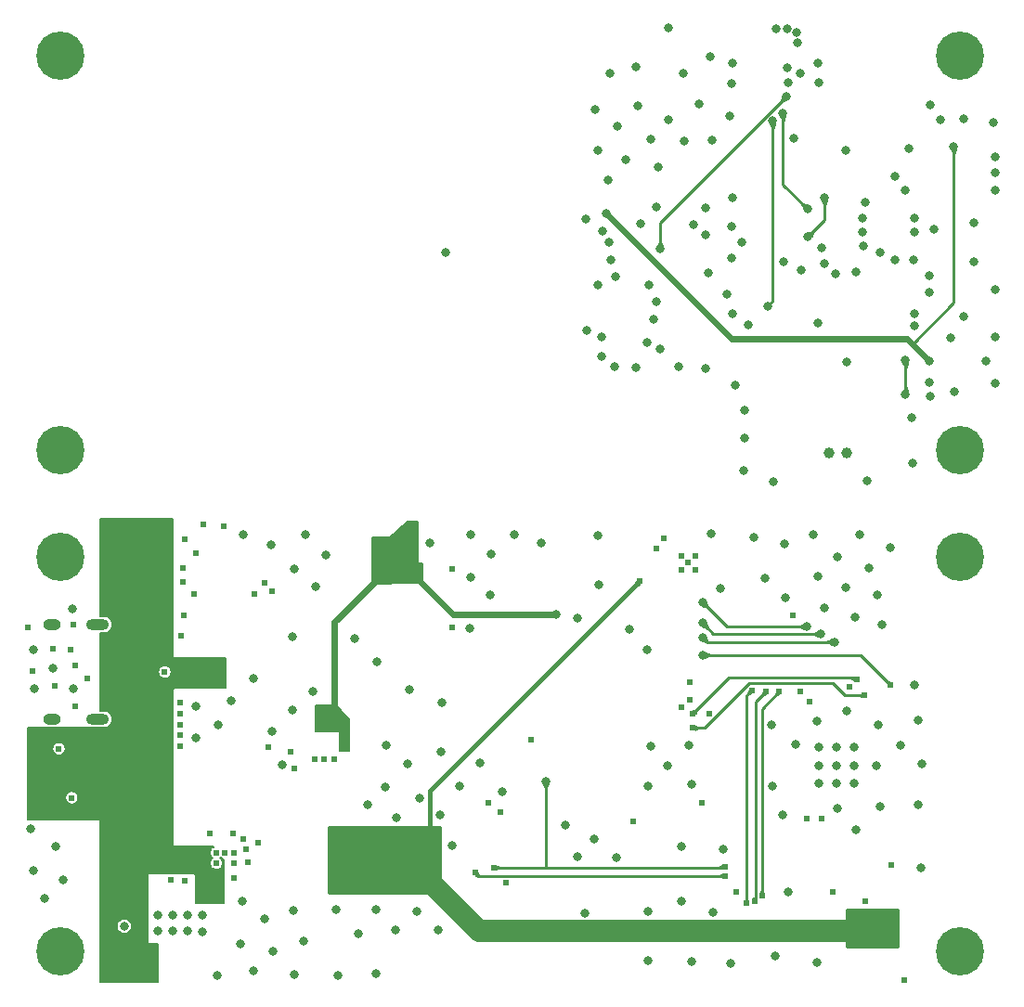
<source format=gbr>
%TF.GenerationSoftware,KiCad,Pcbnew,(5.1.8)-1*%
%TF.CreationDate,2021-08-31T22:24:42+08:00*%
%TF.ProjectId,End_World_Kit_V3.0,456e645f-576f-4726-9c64-5f4b69745f56,rev?*%
%TF.SameCoordinates,Original*%
%TF.FileFunction,Copper,L2,Inr*%
%TF.FilePolarity,Positive*%
%FSLAX46Y46*%
G04 Gerber Fmt 4.6, Leading zero omitted, Abs format (unit mm)*
G04 Created by KiCad (PCBNEW (5.1.8)-1) date 2021-08-31 22:24:42*
%MOMM*%
%LPD*%
G01*
G04 APERTURE LIST*
%TA.AperFunction,ComponentPad*%
%ADD10C,1.000000*%
%TD*%
%TA.AperFunction,ComponentPad*%
%ADD11C,0.700000*%
%TD*%
%TA.AperFunction,ComponentPad*%
%ADD12C,4.400000*%
%TD*%
%TA.AperFunction,ComponentPad*%
%ADD13O,2.100000X1.000000*%
%TD*%
%TA.AperFunction,ComponentPad*%
%ADD14O,1.600000X1.000000*%
%TD*%
%TA.AperFunction,ViaPad*%
%ADD15C,0.603000*%
%TD*%
%TA.AperFunction,ViaPad*%
%ADD16C,0.800000*%
%TD*%
%TA.AperFunction,Conductor*%
%ADD17C,0.400000*%
%TD*%
%TA.AperFunction,Conductor*%
%ADD18C,2.000000*%
%TD*%
%TA.AperFunction,Conductor*%
%ADD19C,0.600000*%
%TD*%
%TA.AperFunction,Conductor*%
%ADD20C,0.250000*%
%TD*%
%TA.AperFunction,Conductor*%
%ADD21C,0.200000*%
%TD*%
%TA.AperFunction,Conductor*%
%ADD22C,0.100000*%
%TD*%
%TA.AperFunction,Conductor*%
%ADD23C,0.025400*%
%TD*%
G04 APERTURE END LIST*
D10*
%TO.N,GNDA*%
%TO.C,MK1*%
X130400000Y-97300000D03*
%TO.N,Net-(C21-Pad1)*%
X128800000Y-97300000D03*
%TD*%
D11*
%TO.N,N/C*%
%TO.C,H8*%
X141916726Y-95833274D03*
X140750000Y-95350000D03*
X139583274Y-95833274D03*
X139100000Y-97000000D03*
X139583274Y-98166726D03*
X140750000Y-98650000D03*
X141916726Y-98166726D03*
X142400000Y-97000000D03*
D12*
X140750000Y-97000000D03*
%TD*%
D11*
%TO.N,N/C*%
%TO.C,H7*%
X141916726Y-59833274D03*
X140750000Y-59350000D03*
X139583274Y-59833274D03*
X139100000Y-61000000D03*
X139583274Y-62166726D03*
X140750000Y-62650000D03*
X141916726Y-62166726D03*
X142400000Y-61000000D03*
D12*
X140750000Y-61000000D03*
%TD*%
D11*
%TO.N,N/C*%
%TO.C,H6*%
X59916726Y-95833274D03*
X58750000Y-95350000D03*
X57583274Y-95833274D03*
X57100000Y-97000000D03*
X57583274Y-98166726D03*
X58750000Y-98650000D03*
X59916726Y-98166726D03*
X60400000Y-97000000D03*
D12*
X58750000Y-97000000D03*
%TD*%
D11*
%TO.N,N/C*%
%TO.C,H5*%
X59916726Y-59833274D03*
X58750000Y-59350000D03*
X57583274Y-59833274D03*
X57100000Y-61000000D03*
X57583274Y-62166726D03*
X58750000Y-62650000D03*
X59916726Y-62166726D03*
X60400000Y-61000000D03*
D12*
X58750000Y-61000000D03*
%TD*%
D11*
%TO.N,N/C*%
%TO.C,H4*%
X141916726Y-141583274D03*
X140750000Y-141100000D03*
X139583274Y-141583274D03*
X139100000Y-142750000D03*
X139583274Y-143916726D03*
X140750000Y-144400000D03*
X141916726Y-143916726D03*
X142400000Y-142750000D03*
D12*
X140750000Y-142750000D03*
%TD*%
D11*
%TO.N,N/C*%
%TO.C,H3*%
X141916726Y-105583274D03*
X140750000Y-105100000D03*
X139583274Y-105583274D03*
X139100000Y-106750000D03*
X139583274Y-107916726D03*
X140750000Y-108400000D03*
X141916726Y-107916726D03*
X142400000Y-106750000D03*
D12*
X140750000Y-106750000D03*
%TD*%
D11*
%TO.N,N/C*%
%TO.C,H2*%
X59916726Y-141583274D03*
X58750000Y-141100000D03*
X57583274Y-141583274D03*
X57100000Y-142750000D03*
X57583274Y-143916726D03*
X58750000Y-144400000D03*
X59916726Y-143916726D03*
X60400000Y-142750000D03*
D12*
X58750000Y-142750000D03*
%TD*%
D11*
%TO.N,N/C*%
%TO.C,H1*%
X59916726Y-105583274D03*
X58750000Y-105100000D03*
X57583274Y-105583274D03*
X57100000Y-106750000D03*
X57583274Y-107916726D03*
X58750000Y-108400000D03*
X59916726Y-107916726D03*
X60400000Y-106750000D03*
D12*
X58750000Y-106750000D03*
%TD*%
D13*
%TO.N,GND*%
%TO.C,P1*%
X62130000Y-112930000D03*
X62130000Y-121570000D03*
D14*
X57950000Y-121570000D03*
X57950000Y-112930000D03*
%TD*%
D15*
%TO.N,GND*%
X74550000Y-134700000D03*
X72950000Y-134700000D03*
X74550000Y-133750000D03*
X72950000Y-133750000D03*
D16*
X131100000Y-125800000D03*
X129500000Y-125800000D03*
X127900000Y-125800000D03*
X127900000Y-127400000D03*
X129500000Y-127400000D03*
X131100000Y-127400000D03*
X129500000Y-124100000D03*
X131100000Y-124100000D03*
X127900000Y-124100000D03*
D15*
X129200000Y-137300000D03*
X68250000Y-117250000D03*
X132100000Y-138200000D03*
D16*
X137200000Y-135100000D03*
X136600000Y-118400000D03*
X123940000Y-143150000D03*
X133620000Y-112920000D03*
X56254611Y-115207390D03*
X56315977Y-118799757D03*
X56042657Y-131589235D03*
X56238693Y-135339564D03*
X57271681Y-137870876D03*
X58074346Y-116917231D03*
X58335182Y-133182348D03*
X58986479Y-136184468D03*
X59837184Y-111502874D03*
X59888643Y-118796122D03*
X71050000Y-120350000D03*
X71050000Y-123250000D03*
X73150000Y-122050000D03*
X74309538Y-119901045D03*
X75438867Y-104679141D03*
X75290369Y-138158489D03*
X75187037Y-142059310D03*
X76303156Y-117885579D03*
X76333192Y-144505355D03*
X77316918Y-139742584D03*
X77905925Y-105683540D03*
X78067355Y-122670768D03*
X78143556Y-142745148D03*
X78942982Y-125755353D03*
X80056454Y-107824103D03*
X79904458Y-114056483D03*
X79899600Y-120729860D03*
X79989475Y-139011212D03*
X80081536Y-144834175D03*
X81051677Y-104711406D03*
X80875073Y-141817381D03*
X82013895Y-109437215D03*
X81762826Y-119010297D03*
X82972508Y-106604221D03*
X83892291Y-138912438D03*
X84044183Y-144943451D03*
X85529269Y-114167873D03*
X85939076Y-141125560D03*
X86727907Y-129345145D03*
X87559761Y-116321944D03*
X87502980Y-138889150D03*
X87473446Y-144787736D03*
X88403493Y-123979685D03*
X88369530Y-127758609D03*
X89409790Y-130518095D03*
X89324504Y-140759244D03*
X90524003Y-118848391D03*
X90421672Y-125647822D03*
X91524811Y-128779279D03*
X91245199Y-139077060D03*
X92411239Y-105517298D03*
X93488495Y-120084049D03*
X93479223Y-124550387D03*
X93387732Y-130285205D03*
X93206225Y-140810335D03*
X94424758Y-133085021D03*
X95164223Y-127638295D03*
X96185992Y-104710472D03*
X96164065Y-108620154D03*
X96099474Y-113312065D03*
X97019886Y-125589118D03*
X98027769Y-106493334D03*
X97906667Y-110221207D03*
X100087296Y-104712381D03*
X102626424Y-105516800D03*
X104758482Y-131244804D03*
X105845533Y-112379814D03*
X105905571Y-134122446D03*
X106560563Y-139232926D03*
X107743952Y-104837785D03*
X107797802Y-109325991D03*
X107407397Y-132483277D03*
X109474822Y-134149664D03*
X110586403Y-113352739D03*
X112229272Y-115189993D03*
X112616154Y-124022722D03*
X112358850Y-127675039D03*
X112286753Y-139075471D03*
X112349512Y-143587346D03*
X114087073Y-125822190D03*
X115376617Y-133147500D03*
X115382815Y-138134165D03*
X116018209Y-123913269D03*
X116295149Y-127464149D03*
X116325439Y-143662943D03*
X118063263Y-104600357D03*
X118226639Y-139194860D03*
X118950264Y-109616157D03*
X119216797Y-133424547D03*
X119885324Y-143809660D03*
X121973402Y-104942564D03*
X122983804Y-108734718D03*
X123587442Y-122055553D03*
X123658169Y-127635253D03*
X124806968Y-105530178D03*
X124821458Y-110470399D03*
X124628541Y-130288068D03*
X125803606Y-123827542D03*
X127407441Y-104713883D03*
X127785876Y-108548670D03*
X127690799Y-121723495D03*
X127768701Y-143733588D03*
X128387957Y-111450875D03*
X129603445Y-106712539D03*
X129561833Y-129730037D03*
X130359911Y-109523429D03*
X130438442Y-120830619D03*
X131609586Y-104712604D03*
X131221966Y-112282300D03*
X131307978Y-131636947D03*
X132440563Y-107731747D03*
X133244582Y-110263629D03*
X133340970Y-122074930D03*
X133131075Y-125775554D03*
X133449829Y-129496150D03*
X134441441Y-105916229D03*
X135313269Y-123910431D03*
X136975688Y-121648094D03*
X137286351Y-125592944D03*
X136963693Y-129388022D03*
X99000000Y-128200000D03*
X125100000Y-137300000D03*
X67650000Y-139450000D03*
X67650000Y-140850000D03*
X68950000Y-139450000D03*
X68950000Y-140850000D03*
X70350000Y-139450000D03*
X71650000Y-139450000D03*
X73050000Y-144950000D03*
X70350000Y-140850000D03*
X71650000Y-140950000D03*
X64550000Y-140450000D03*
D15*
X115350000Y-106650000D03*
X116600000Y-106650000D03*
X116600000Y-107925000D03*
X115375000Y-107925000D03*
X115975000Y-107300000D03*
X73750000Y-133750000D03*
X75650000Y-133450000D03*
X75800000Y-134600000D03*
X74600000Y-136050000D03*
X74500000Y-131950000D03*
X75400000Y-132450000D03*
X76750000Y-132850000D03*
X72400000Y-132000000D03*
X77325000Y-109100000D03*
X69650000Y-121050000D03*
X69650000Y-122050000D03*
X69650000Y-123050000D03*
X69650000Y-124050000D03*
X69650000Y-120050000D03*
X58050000Y-115150000D03*
X59650000Y-115250000D03*
X60050000Y-116650000D03*
X61150000Y-117850000D03*
X60050000Y-120350000D03*
X58250000Y-118550000D03*
X56150000Y-117150000D03*
X55750000Y-113150000D03*
X59950000Y-112950000D03*
X69750000Y-113950000D03*
X69950000Y-112050000D03*
X70950000Y-110150000D03*
X71050000Y-106450000D03*
X70050000Y-105150000D03*
X71750000Y-103750000D03*
X73650000Y-103950000D03*
X83675000Y-125200000D03*
X81925000Y-125200000D03*
X80075000Y-126075000D03*
X79725000Y-124550000D03*
X77675000Y-124100000D03*
X82750000Y-125200000D03*
%TO.N,/VDD*%
X113770000Y-105070000D03*
X111540000Y-108970000D03*
X131500000Y-140400000D03*
X131500000Y-141400000D03*
X132400000Y-141400000D03*
X132400000Y-140400000D03*
X133300000Y-140400000D03*
X133300000Y-141400000D03*
X134200000Y-141400000D03*
X134200000Y-140400000D03*
X134200000Y-139500000D03*
D16*
X84100000Y-135600000D03*
X84100000Y-134500000D03*
X84100000Y-133400000D03*
X84100000Y-132300000D03*
X85400000Y-132300000D03*
X86700000Y-132300000D03*
X85400000Y-133400000D03*
X86700000Y-133400000D03*
X88000000Y-132300000D03*
X88000000Y-133400000D03*
X91100000Y-132200000D03*
X91100000Y-133400000D03*
X92400000Y-132200000D03*
X92400000Y-133400000D03*
D15*
X92650000Y-134425000D03*
%TO.N,+5V*%
X64125000Y-114800000D03*
X65900000Y-114800000D03*
X65000000Y-114800000D03*
X64125000Y-119700000D03*
X65900000Y-119700000D03*
X65000000Y-119700000D03*
X62975000Y-103900000D03*
X64450000Y-105275000D03*
X66275000Y-105250000D03*
X64150000Y-104200000D03*
X65375000Y-103800000D03*
X66625000Y-104325000D03*
X68525000Y-104525000D03*
X67700000Y-103825000D03*
X60437500Y-123362500D03*
X58762500Y-128737500D03*
X66775000Y-143100000D03*
X65350000Y-144250000D03*
X67325000Y-144375000D03*
X66400000Y-144000000D03*
X72550000Y-117250000D03*
D16*
X72150000Y-137950000D03*
X73250000Y-137450000D03*
X72250000Y-136650000D03*
%TO.N,/VDDA_GPS*%
X89100000Y-108610000D03*
X89090000Y-107540000D03*
X87710000Y-106240000D03*
X89060000Y-106260000D03*
X90740000Y-106310000D03*
X89960000Y-105290000D03*
X103975000Y-111975000D03*
X83600000Y-122300000D03*
X82500000Y-121800000D03*
X82700000Y-120700000D03*
X83700000Y-121200000D03*
%TO.N,Net-(C23-Pad2)*%
X120000000Y-84600000D03*
X127840000Y-85440000D03*
%TO.N,GNDA*%
X138010000Y-81080000D03*
X137990000Y-82600000D03*
X119980000Y-63530000D03*
X120010000Y-61700000D03*
X139940000Y-86740000D03*
X136635000Y-77135000D03*
X131905000Y-77135000D03*
X138010000Y-90810000D03*
X140250000Y-91720000D03*
X138090000Y-92140000D03*
X143110000Y-88870000D03*
X143970000Y-86670000D03*
X144000000Y-90910000D03*
X143990000Y-82400000D03*
X143960000Y-73300000D03*
X143980000Y-71700000D03*
X117810000Y-80870000D03*
X130400000Y-88960000D03*
X136600000Y-85700000D03*
X114150000Y-58500000D03*
X111200000Y-62050000D03*
X108830000Y-62670000D03*
X115500000Y-62670000D03*
X125000000Y-62150000D03*
X125100000Y-63450000D03*
X126200000Y-62650000D03*
X107454234Y-65924600D03*
X107716218Y-69677773D03*
X107778277Y-81918922D03*
X108700676Y-72394049D03*
X109530855Y-67438321D03*
X110262445Y-70508662D03*
X111387963Y-65621753D03*
X112594907Y-68690164D03*
X112388964Y-81969118D03*
X113289024Y-71198672D03*
X113456013Y-87797900D03*
X114163082Y-66877665D03*
X115625000Y-68800000D03*
X115138626Y-89362367D03*
X116994926Y-65467756D03*
X117959571Y-61142247D03*
X118184567Y-68746713D03*
X119788229Y-66498318D03*
X121134456Y-93387476D03*
X121079975Y-98857160D03*
X123771429Y-99920489D03*
X124696943Y-79807601D03*
X125579983Y-68551868D03*
X128444871Y-79990789D03*
X130346873Y-69709665D03*
X132169500Y-74438189D03*
X132326402Y-99837511D03*
X133453553Y-78951875D03*
X136135839Y-69518369D03*
X136405454Y-94088404D03*
X136427650Y-98177888D03*
X138031835Y-65545350D03*
X141107822Y-66825943D03*
X141096414Y-84858493D03*
X142076634Y-76246736D03*
X142057286Y-79834968D03*
X121100000Y-95900000D03*
X120300000Y-91100000D03*
X117600000Y-89600000D03*
X127840000Y-61720000D03*
X127860000Y-63460000D03*
X108775000Y-78025000D03*
X120025000Y-74000000D03*
X120875000Y-78075000D03*
X116500000Y-76400000D03*
X119500000Y-82800000D03*
X121475000Y-85600000D03*
X138400000Y-76850000D03*
X144000000Y-70300000D03*
X143850000Y-67125000D03*
X138975000Y-66850000D03*
X108900000Y-79625000D03*
X108200000Y-77025000D03*
X106625000Y-75900000D03*
X109400000Y-81200000D03*
X106750000Y-86075000D03*
X108100000Y-86700000D03*
X109250000Y-89425000D03*
X112225000Y-87225000D03*
X112850000Y-85050000D03*
X111200000Y-89500000D03*
X108075000Y-88425000D03*
X113050000Y-83500000D03*
X117575000Y-77400000D03*
X117600000Y-74900000D03*
X113075000Y-74850000D03*
X111675000Y-76350000D03*
X119925000Y-76625000D03*
X119900000Y-79475000D03*
X126325000Y-80550000D03*
X131275000Y-80750000D03*
X129450000Y-80950000D03*
X131925000Y-78425000D03*
X128175000Y-78525000D03*
%TO.N,/VDDA*%
X93880000Y-78980000D03*
X108550000Y-75460000D03*
X137995000Y-88905000D03*
X140200000Y-69300000D03*
%TO.N,VBAT_B*%
X124000000Y-58550000D03*
X125000000Y-58550000D03*
X125900000Y-58900000D03*
X125950000Y-59850000D03*
%TO.N,Net-(C34-Pad1)*%
X136635000Y-75865000D03*
X131875000Y-75865000D03*
D15*
%TO.N,/CCS811_WAKE_T*%
X121290000Y-138370000D03*
X121770000Y-118940000D03*
%TO.N,/I2C_SCL_T*%
X124300000Y-119020000D03*
X122700000Y-137660000D03*
%TO.N,/I2C_SDA_T*%
X122050000Y-138130000D03*
X123070000Y-119030000D03*
D16*
%TO.N,/CCS811_WAKE*%
X136620000Y-84580000D03*
%TO.N,/MIC_OUT*%
X123690000Y-66980000D03*
X123250000Y-83860000D03*
%TO.N,/I2C_SCL*%
X136540000Y-79690000D03*
X134850000Y-79690000D03*
X134850000Y-72080000D03*
%TO.N,/I2C_SDA*%
X135800000Y-91910000D03*
X135800000Y-88810000D03*
X135800000Y-73310000D03*
%TO.N,/RAD_V_B*%
X124940000Y-64730000D03*
X113425000Y-78650000D03*
%TO.N,/UV_OUT_B*%
X124620000Y-66270000D03*
X126860000Y-75030000D03*
D15*
%TO.N,/#EN*%
X110960000Y-130890000D03*
X134470000Y-134860000D03*
X135725000Y-145325000D03*
%TO.N,/RTS*%
X69905000Y-107795000D03*
X78000000Y-109925000D03*
%TO.N,/IO0*%
X101690000Y-123420000D03*
X116100000Y-118190000D03*
%TO.N,/DTR*%
X69890000Y-109065000D03*
X76450000Y-110175000D03*
%TO.N,Net-(R1-Pad1)*%
X68765000Y-136235000D03*
X58600000Y-124250000D03*
%TO.N,Net-(R4-Pad1)*%
X70035000Y-136260000D03*
X59775000Y-128725000D03*
%TO.N,/KEY4*%
X134460000Y-118460000D03*
D16*
X117300000Y-115700000D03*
D15*
%TO.N,/KEY3*%
X130660000Y-118640000D03*
D16*
X117300000Y-114100000D03*
X129300000Y-114500000D03*
D15*
%TO.N,/KEY2*%
X127075000Y-119950000D03*
D16*
X117300000Y-112800000D03*
X128077401Y-113777401D03*
D15*
%TO.N,/KEY1*%
X126225000Y-119050000D03*
D16*
X117300000Y-110900000D03*
X126800000Y-113100000D03*
D15*
%TO.N,/U0_RX*%
X116400000Y-121050000D03*
X131400000Y-117900000D03*
%TO.N,/SPI2_MOSI*%
X97750000Y-129210000D03*
X117190000Y-129220000D03*
%TO.N,/SPI2_SCLK*%
X119362481Y-135010909D03*
D16*
X103000000Y-127200000D03*
D15*
X98250000Y-135100000D03*
%TO.N,/GPS_PPS*%
X94495000Y-113175000D03*
X94495000Y-107875000D03*
%TO.N,/GPS_TXD*%
X116110000Y-119770000D03*
X128130000Y-130630000D03*
%TO.N,/GPS_RXD*%
X115330000Y-120460000D03*
X126840000Y-130650000D03*
D16*
%TO.N,Net-(R45-Pad1)*%
X126900000Y-77540000D03*
X128420000Y-74020000D03*
D15*
%TO.N,/U0_TX*%
X116422590Y-122347590D03*
X132075000Y-119375000D03*
%TO.N,/GYRO_INT*%
X113080000Y-106030000D03*
X125570000Y-112060000D03*
%TO.N,/SPI2_CS0*%
X98870000Y-130030000D03*
X117930002Y-121050000D03*
%TO.N,/SPI2_RST*%
X119370000Y-135860000D03*
X96550000Y-135550000D03*
%TO.N,/SPI2_DC*%
X120330000Y-137290000D03*
X99350000Y-136450000D03*
%TD*%
D17*
%TO.N,/VDD*%
X92400000Y-128110000D02*
X92400000Y-132200000D01*
X111540000Y-108970000D02*
X92400000Y-128110000D01*
D18*
X96900000Y-140900000D02*
X91300000Y-135300000D01*
X134050000Y-140900000D02*
X96900000Y-140900000D01*
D19*
%TO.N,/VDDA_GPS*%
X103975000Y-111975000D02*
X94525000Y-111975000D01*
X94525000Y-111975000D02*
X90720000Y-108170000D01*
X83700000Y-121200000D02*
X83700000Y-112700000D01*
X83700000Y-112700000D02*
X87900000Y-108500000D01*
%TO.N,/VDDA*%
X119940000Y-86850000D02*
X108550000Y-75460000D01*
X135940000Y-86850000D02*
X119940000Y-86850000D01*
D20*
X140200000Y-83550000D02*
X136420000Y-87330000D01*
D19*
X136420000Y-87330000D02*
X135940000Y-86850000D01*
D20*
X140200000Y-69300000D02*
X140200000Y-83550000D01*
D19*
X137995000Y-88905000D02*
X136420000Y-87330000D01*
D20*
%TO.N,/CCS811_WAKE_T*%
X121290000Y-138370000D02*
X121290000Y-119400000D01*
X121290000Y-119400000D02*
X121770000Y-118940000D01*
X121770000Y-118940000D02*
X121760000Y-118930000D01*
%TO.N,/I2C_SCL_T*%
X124300000Y-119020000D02*
X124300000Y-119020000D01*
X122700000Y-120620000D02*
X124300000Y-119020000D01*
X122700000Y-137660000D02*
X122700000Y-120620000D01*
%TO.N,/I2C_SDA_T*%
X122121099Y-119978901D02*
X123070000Y-119030000D01*
X122121099Y-138201099D02*
X122121099Y-119978901D01*
X122050000Y-138130000D02*
X122121099Y-138201099D01*
X123070000Y-119030000D02*
X123070000Y-119030000D01*
%TO.N,/MIC_OUT*%
X123690000Y-83420000D02*
X123250000Y-83860000D01*
X123690000Y-66980000D02*
X123690000Y-83420000D01*
X123250000Y-83860000D02*
X123250000Y-83860000D01*
%TO.N,/I2C_SDA*%
X135800000Y-91910000D02*
X135800000Y-88810000D01*
X135800000Y-88810000D02*
X135800000Y-88810000D01*
%TO.N,/RAD_V_B*%
X124940000Y-64730000D02*
X113425000Y-76245000D01*
X113425000Y-76245000D02*
X113425000Y-78650000D01*
%TO.N,/UV_OUT_B*%
X124620000Y-66270000D02*
X124620000Y-72780000D01*
X124620000Y-72780000D02*
X126860000Y-75030000D01*
X126860000Y-75030000D02*
X126860000Y-75020000D01*
%TO.N,/KEY4*%
X131700000Y-115700000D02*
X134460000Y-118460000D01*
X117300000Y-115700000D02*
X131700000Y-115700000D01*
%TO.N,/KEY3*%
X117300000Y-114100000D02*
X117700000Y-114500000D01*
X117700000Y-114500000D02*
X129300000Y-114500000D01*
X129300000Y-114500000D02*
X129300000Y-114500000D01*
%TO.N,/KEY2*%
X118277401Y-113777401D02*
X128077401Y-113777401D01*
X117300000Y-112800000D02*
X118277401Y-113777401D01*
X128077401Y-113777401D02*
X128077401Y-113777401D01*
%TO.N,/KEY1*%
X117300000Y-110900000D02*
X119500000Y-113100000D01*
X119500000Y-113100000D02*
X126800000Y-113100000D01*
X126800000Y-113100000D02*
X126800000Y-113100000D01*
%TO.N,/U0_RX*%
X131400000Y-117900000D02*
X131397590Y-117897590D01*
X131300000Y-117800000D02*
X131400000Y-117900000D01*
X119650000Y-117800000D02*
X131300000Y-117800000D01*
X116400000Y-121050000D02*
X119650000Y-117800000D01*
%TO.N,/SPI2_SCLK*%
X119273390Y-135100000D02*
X119362481Y-135010909D01*
X103000000Y-135050000D02*
X102950000Y-135100000D01*
X103000000Y-127200000D02*
X103000000Y-135050000D01*
X102950000Y-135100000D02*
X119273390Y-135100000D01*
X99320000Y-135100000D02*
X102950000Y-135100000D01*
X99320000Y-135100000D02*
X98250000Y-135100000D01*
%TO.N,Net-(R45-Pad1)*%
X128420000Y-76020000D02*
X128420000Y-74020000D01*
X126900000Y-77540000D02*
X128420000Y-76020000D01*
X128420000Y-74020000D02*
X128420000Y-74020000D01*
%TO.N,/U0_TX*%
X132075000Y-119375000D02*
X132075000Y-119375000D01*
X116422590Y-122347590D02*
X117489186Y-122347590D01*
X117489186Y-122347590D02*
X121536776Y-118300000D01*
X121536776Y-118300000D02*
X129175000Y-118300000D01*
X129175000Y-118300000D02*
X130250000Y-119375000D01*
X130250000Y-119375000D02*
X132075000Y-119375000D01*
%TO.N,/SPI2_RST*%
X96860000Y-135860000D02*
X119370000Y-135860000D01*
X96550000Y-135550000D02*
X96550000Y-135550000D01*
X96550000Y-135550000D02*
X96860000Y-135860000D01*
%TD*%
D21*
%TO.N,+5V*%
X69000000Y-115900000D02*
X69001921Y-115919509D01*
X69007612Y-115938268D01*
X69016853Y-115955557D01*
X69029289Y-115970711D01*
X69044443Y-115983147D01*
X69061732Y-115992388D01*
X69080491Y-115998079D01*
X69100000Y-116000000D01*
X73800000Y-116000000D01*
X73800000Y-118700000D01*
X69100000Y-118700000D01*
X69080491Y-118701921D01*
X69061732Y-118707612D01*
X69044443Y-118716853D01*
X69029289Y-118729289D01*
X69016853Y-118744443D01*
X69007612Y-118761732D01*
X69001921Y-118780491D01*
X69000000Y-118800000D01*
X69000000Y-133100000D01*
X69001921Y-133119509D01*
X69007612Y-133138268D01*
X69016853Y-133155557D01*
X69029289Y-133170711D01*
X69044443Y-133183147D01*
X69061732Y-133192388D01*
X69080491Y-133198079D01*
X69100000Y-133200000D01*
X72706024Y-133200000D01*
X72665083Y-133216958D01*
X72566566Y-133282785D01*
X72482785Y-133366566D01*
X72416958Y-133465083D01*
X72371616Y-133574549D01*
X72348500Y-133690757D01*
X72348500Y-133809243D01*
X72371616Y-133925451D01*
X72416958Y-134034917D01*
X72482785Y-134133434D01*
X72566566Y-134217215D01*
X72578217Y-134225000D01*
X72566566Y-134232785D01*
X72482785Y-134316566D01*
X72416958Y-134415083D01*
X72371616Y-134524549D01*
X72348500Y-134640757D01*
X72348500Y-134759243D01*
X72371616Y-134875451D01*
X72416958Y-134984917D01*
X72482785Y-135083434D01*
X72566566Y-135167215D01*
X72665083Y-135233042D01*
X72774549Y-135278384D01*
X72890757Y-135301500D01*
X73009243Y-135301500D01*
X73125451Y-135278384D01*
X73234917Y-135233042D01*
X73333434Y-135167215D01*
X73417215Y-135083434D01*
X73483042Y-134984917D01*
X73528384Y-134875451D01*
X73551500Y-134759243D01*
X73551500Y-134640757D01*
X73528384Y-134524549D01*
X73483042Y-134415083D01*
X73417215Y-134316566D01*
X73333434Y-134232785D01*
X73321783Y-134225000D01*
X73333434Y-134217215D01*
X73350000Y-134200649D01*
X73366566Y-134217215D01*
X73465083Y-134283042D01*
X73574549Y-134328384D01*
X73650000Y-134343393D01*
X73650000Y-138350000D01*
X71050000Y-138350000D01*
X71050000Y-135750000D01*
X71048079Y-135730491D01*
X71042388Y-135711732D01*
X71033147Y-135694443D01*
X71020711Y-135679289D01*
X71005557Y-135666853D01*
X70988268Y-135657612D01*
X70969509Y-135651921D01*
X70950000Y-135650000D01*
X68907191Y-135650000D01*
X68824243Y-135633500D01*
X68705757Y-135633500D01*
X68622809Y-135650000D01*
X66750000Y-135650000D01*
X66730491Y-135651921D01*
X66711732Y-135657612D01*
X66694443Y-135666853D01*
X66679289Y-135679289D01*
X66666853Y-135694443D01*
X66657612Y-135711732D01*
X66651921Y-135730491D01*
X66650000Y-135750000D01*
X66650000Y-142000000D01*
X66651921Y-142019509D01*
X66657612Y-142038268D01*
X66666853Y-142055557D01*
X66679289Y-142070711D01*
X66694443Y-142083147D01*
X66711732Y-142092388D01*
X66730491Y-142098079D01*
X66750000Y-142100000D01*
X67650000Y-142100000D01*
X67650000Y-145500000D01*
X62400000Y-145500000D01*
X62400000Y-140381056D01*
X63850000Y-140381056D01*
X63850000Y-140518944D01*
X63876901Y-140654182D01*
X63929668Y-140781574D01*
X64006274Y-140896224D01*
X64103776Y-140993726D01*
X64218426Y-141070332D01*
X64345818Y-141123099D01*
X64481056Y-141150000D01*
X64618944Y-141150000D01*
X64754182Y-141123099D01*
X64881574Y-141070332D01*
X64996224Y-140993726D01*
X65093726Y-140896224D01*
X65170332Y-140781574D01*
X65223099Y-140654182D01*
X65250000Y-140518944D01*
X65250000Y-140381056D01*
X65223099Y-140245818D01*
X65170332Y-140118426D01*
X65093726Y-140003776D01*
X64996224Y-139906274D01*
X64881574Y-139829668D01*
X64754182Y-139776901D01*
X64618944Y-139750000D01*
X64481056Y-139750000D01*
X64345818Y-139776901D01*
X64218426Y-139829668D01*
X64103776Y-139906274D01*
X64006274Y-140003776D01*
X63929668Y-140118426D01*
X63876901Y-140245818D01*
X63850000Y-140381056D01*
X62400000Y-140381056D01*
X62400000Y-130800000D01*
X62398079Y-130780491D01*
X62392388Y-130761732D01*
X62383147Y-130744443D01*
X62370711Y-130729289D01*
X62355557Y-130716853D01*
X62338268Y-130707612D01*
X62319509Y-130701921D01*
X62300000Y-130700000D01*
X55800000Y-130700000D01*
X55800000Y-128665757D01*
X59173500Y-128665757D01*
X59173500Y-128784243D01*
X59196616Y-128900451D01*
X59241958Y-129009917D01*
X59307785Y-129108434D01*
X59391566Y-129192215D01*
X59490083Y-129258042D01*
X59599549Y-129303384D01*
X59715757Y-129326500D01*
X59834243Y-129326500D01*
X59950451Y-129303384D01*
X60059917Y-129258042D01*
X60158434Y-129192215D01*
X60242215Y-129108434D01*
X60308042Y-129009917D01*
X60353384Y-128900451D01*
X60376500Y-128784243D01*
X60376500Y-128665757D01*
X60353384Y-128549549D01*
X60308042Y-128440083D01*
X60242215Y-128341566D01*
X60158434Y-128257785D01*
X60059917Y-128191958D01*
X59950451Y-128146616D01*
X59834243Y-128123500D01*
X59715757Y-128123500D01*
X59599549Y-128146616D01*
X59490083Y-128191958D01*
X59391566Y-128257785D01*
X59307785Y-128341566D01*
X59241958Y-128440083D01*
X59196616Y-128549549D01*
X59173500Y-128665757D01*
X55800000Y-128665757D01*
X55800000Y-124190757D01*
X57998500Y-124190757D01*
X57998500Y-124309243D01*
X58021616Y-124425451D01*
X58066958Y-124534917D01*
X58132785Y-124633434D01*
X58216566Y-124717215D01*
X58315083Y-124783042D01*
X58424549Y-124828384D01*
X58540757Y-124851500D01*
X58659243Y-124851500D01*
X58775451Y-124828384D01*
X58884917Y-124783042D01*
X58983434Y-124717215D01*
X59067215Y-124633434D01*
X59133042Y-124534917D01*
X59178384Y-124425451D01*
X59201500Y-124309243D01*
X59201500Y-124190757D01*
X59178384Y-124074549D01*
X59133042Y-123965083D01*
X59067215Y-123866566D01*
X58983434Y-123782785D01*
X58884917Y-123716958D01*
X58775451Y-123671616D01*
X58659243Y-123648500D01*
X58540757Y-123648500D01*
X58424549Y-123671616D01*
X58315083Y-123716958D01*
X58216566Y-123782785D01*
X58132785Y-123866566D01*
X58066958Y-123965083D01*
X58021616Y-124074549D01*
X57998500Y-124190757D01*
X55800000Y-124190757D01*
X55800000Y-122300000D01*
X57318651Y-122300000D01*
X57342372Y-122312679D01*
X57493173Y-122358424D01*
X57610707Y-122370000D01*
X58289293Y-122370000D01*
X58406827Y-122358424D01*
X58557628Y-122312679D01*
X58581349Y-122300000D01*
X61248651Y-122300000D01*
X61272372Y-122312679D01*
X61423173Y-122358424D01*
X61540707Y-122370000D01*
X62719293Y-122370000D01*
X62836827Y-122358424D01*
X62987628Y-122312679D01*
X63126606Y-122238393D01*
X63248422Y-122138422D01*
X63348393Y-122016606D01*
X63422679Y-121877628D01*
X63468424Y-121726827D01*
X63483870Y-121570000D01*
X63468424Y-121413173D01*
X63422679Y-121262372D01*
X63348393Y-121123394D01*
X63248422Y-121001578D01*
X63126606Y-120901607D01*
X62987628Y-120827321D01*
X62836827Y-120781576D01*
X62719293Y-120770000D01*
X62400000Y-120770000D01*
X62400000Y-117190757D01*
X67648500Y-117190757D01*
X67648500Y-117309243D01*
X67671616Y-117425451D01*
X67716958Y-117534917D01*
X67782785Y-117633434D01*
X67866566Y-117717215D01*
X67965083Y-117783042D01*
X68074549Y-117828384D01*
X68190757Y-117851500D01*
X68309243Y-117851500D01*
X68425451Y-117828384D01*
X68534917Y-117783042D01*
X68633434Y-117717215D01*
X68717215Y-117633434D01*
X68783042Y-117534917D01*
X68828384Y-117425451D01*
X68851500Y-117309243D01*
X68851500Y-117190757D01*
X68828384Y-117074549D01*
X68783042Y-116965083D01*
X68717215Y-116866566D01*
X68633434Y-116782785D01*
X68534917Y-116716958D01*
X68425451Y-116671616D01*
X68309243Y-116648500D01*
X68190757Y-116648500D01*
X68074549Y-116671616D01*
X67965083Y-116716958D01*
X67866566Y-116782785D01*
X67782785Y-116866566D01*
X67716958Y-116965083D01*
X67671616Y-117074549D01*
X67648500Y-117190757D01*
X62400000Y-117190757D01*
X62400000Y-113730000D01*
X62719293Y-113730000D01*
X62836827Y-113718424D01*
X62987628Y-113672679D01*
X63126606Y-113598393D01*
X63248422Y-113498422D01*
X63348393Y-113376606D01*
X63422679Y-113237628D01*
X63468424Y-113086827D01*
X63483870Y-112930000D01*
X63468424Y-112773173D01*
X63422679Y-112622372D01*
X63348393Y-112483394D01*
X63248422Y-112361578D01*
X63126606Y-112261607D01*
X62987628Y-112187321D01*
X62836827Y-112141576D01*
X62719293Y-112130000D01*
X62400000Y-112130000D01*
X62400000Y-103300000D01*
X69000000Y-103300000D01*
X69000000Y-115900000D01*
%TA.AperFunction,Conductor*%
D22*
G36*
X69000000Y-115900000D02*
G01*
X69001921Y-115919509D01*
X69007612Y-115938268D01*
X69016853Y-115955557D01*
X69029289Y-115970711D01*
X69044443Y-115983147D01*
X69061732Y-115992388D01*
X69080491Y-115998079D01*
X69100000Y-116000000D01*
X73800000Y-116000000D01*
X73800000Y-118700000D01*
X69100000Y-118700000D01*
X69080491Y-118701921D01*
X69061732Y-118707612D01*
X69044443Y-118716853D01*
X69029289Y-118729289D01*
X69016853Y-118744443D01*
X69007612Y-118761732D01*
X69001921Y-118780491D01*
X69000000Y-118800000D01*
X69000000Y-133100000D01*
X69001921Y-133119509D01*
X69007612Y-133138268D01*
X69016853Y-133155557D01*
X69029289Y-133170711D01*
X69044443Y-133183147D01*
X69061732Y-133192388D01*
X69080491Y-133198079D01*
X69100000Y-133200000D01*
X72706024Y-133200000D01*
X72665083Y-133216958D01*
X72566566Y-133282785D01*
X72482785Y-133366566D01*
X72416958Y-133465083D01*
X72371616Y-133574549D01*
X72348500Y-133690757D01*
X72348500Y-133809243D01*
X72371616Y-133925451D01*
X72416958Y-134034917D01*
X72482785Y-134133434D01*
X72566566Y-134217215D01*
X72578217Y-134225000D01*
X72566566Y-134232785D01*
X72482785Y-134316566D01*
X72416958Y-134415083D01*
X72371616Y-134524549D01*
X72348500Y-134640757D01*
X72348500Y-134759243D01*
X72371616Y-134875451D01*
X72416958Y-134984917D01*
X72482785Y-135083434D01*
X72566566Y-135167215D01*
X72665083Y-135233042D01*
X72774549Y-135278384D01*
X72890757Y-135301500D01*
X73009243Y-135301500D01*
X73125451Y-135278384D01*
X73234917Y-135233042D01*
X73333434Y-135167215D01*
X73417215Y-135083434D01*
X73483042Y-134984917D01*
X73528384Y-134875451D01*
X73551500Y-134759243D01*
X73551500Y-134640757D01*
X73528384Y-134524549D01*
X73483042Y-134415083D01*
X73417215Y-134316566D01*
X73333434Y-134232785D01*
X73321783Y-134225000D01*
X73333434Y-134217215D01*
X73350000Y-134200649D01*
X73366566Y-134217215D01*
X73465083Y-134283042D01*
X73574549Y-134328384D01*
X73650000Y-134343393D01*
X73650000Y-138350000D01*
X71050000Y-138350000D01*
X71050000Y-135750000D01*
X71048079Y-135730491D01*
X71042388Y-135711732D01*
X71033147Y-135694443D01*
X71020711Y-135679289D01*
X71005557Y-135666853D01*
X70988268Y-135657612D01*
X70969509Y-135651921D01*
X70950000Y-135650000D01*
X68907191Y-135650000D01*
X68824243Y-135633500D01*
X68705757Y-135633500D01*
X68622809Y-135650000D01*
X66750000Y-135650000D01*
X66730491Y-135651921D01*
X66711732Y-135657612D01*
X66694443Y-135666853D01*
X66679289Y-135679289D01*
X66666853Y-135694443D01*
X66657612Y-135711732D01*
X66651921Y-135730491D01*
X66650000Y-135750000D01*
X66650000Y-142000000D01*
X66651921Y-142019509D01*
X66657612Y-142038268D01*
X66666853Y-142055557D01*
X66679289Y-142070711D01*
X66694443Y-142083147D01*
X66711732Y-142092388D01*
X66730491Y-142098079D01*
X66750000Y-142100000D01*
X67650000Y-142100000D01*
X67650000Y-145500000D01*
X62400000Y-145500000D01*
X62400000Y-140381056D01*
X63850000Y-140381056D01*
X63850000Y-140518944D01*
X63876901Y-140654182D01*
X63929668Y-140781574D01*
X64006274Y-140896224D01*
X64103776Y-140993726D01*
X64218426Y-141070332D01*
X64345818Y-141123099D01*
X64481056Y-141150000D01*
X64618944Y-141150000D01*
X64754182Y-141123099D01*
X64881574Y-141070332D01*
X64996224Y-140993726D01*
X65093726Y-140896224D01*
X65170332Y-140781574D01*
X65223099Y-140654182D01*
X65250000Y-140518944D01*
X65250000Y-140381056D01*
X65223099Y-140245818D01*
X65170332Y-140118426D01*
X65093726Y-140003776D01*
X64996224Y-139906274D01*
X64881574Y-139829668D01*
X64754182Y-139776901D01*
X64618944Y-139750000D01*
X64481056Y-139750000D01*
X64345818Y-139776901D01*
X64218426Y-139829668D01*
X64103776Y-139906274D01*
X64006274Y-140003776D01*
X63929668Y-140118426D01*
X63876901Y-140245818D01*
X63850000Y-140381056D01*
X62400000Y-140381056D01*
X62400000Y-130800000D01*
X62398079Y-130780491D01*
X62392388Y-130761732D01*
X62383147Y-130744443D01*
X62370711Y-130729289D01*
X62355557Y-130716853D01*
X62338268Y-130707612D01*
X62319509Y-130701921D01*
X62300000Y-130700000D01*
X55800000Y-130700000D01*
X55800000Y-128665757D01*
X59173500Y-128665757D01*
X59173500Y-128784243D01*
X59196616Y-128900451D01*
X59241958Y-129009917D01*
X59307785Y-129108434D01*
X59391566Y-129192215D01*
X59490083Y-129258042D01*
X59599549Y-129303384D01*
X59715757Y-129326500D01*
X59834243Y-129326500D01*
X59950451Y-129303384D01*
X60059917Y-129258042D01*
X60158434Y-129192215D01*
X60242215Y-129108434D01*
X60308042Y-129009917D01*
X60353384Y-128900451D01*
X60376500Y-128784243D01*
X60376500Y-128665757D01*
X60353384Y-128549549D01*
X60308042Y-128440083D01*
X60242215Y-128341566D01*
X60158434Y-128257785D01*
X60059917Y-128191958D01*
X59950451Y-128146616D01*
X59834243Y-128123500D01*
X59715757Y-128123500D01*
X59599549Y-128146616D01*
X59490083Y-128191958D01*
X59391566Y-128257785D01*
X59307785Y-128341566D01*
X59241958Y-128440083D01*
X59196616Y-128549549D01*
X59173500Y-128665757D01*
X55800000Y-128665757D01*
X55800000Y-124190757D01*
X57998500Y-124190757D01*
X57998500Y-124309243D01*
X58021616Y-124425451D01*
X58066958Y-124534917D01*
X58132785Y-124633434D01*
X58216566Y-124717215D01*
X58315083Y-124783042D01*
X58424549Y-124828384D01*
X58540757Y-124851500D01*
X58659243Y-124851500D01*
X58775451Y-124828384D01*
X58884917Y-124783042D01*
X58983434Y-124717215D01*
X59067215Y-124633434D01*
X59133042Y-124534917D01*
X59178384Y-124425451D01*
X59201500Y-124309243D01*
X59201500Y-124190757D01*
X59178384Y-124074549D01*
X59133042Y-123965083D01*
X59067215Y-123866566D01*
X58983434Y-123782785D01*
X58884917Y-123716958D01*
X58775451Y-123671616D01*
X58659243Y-123648500D01*
X58540757Y-123648500D01*
X58424549Y-123671616D01*
X58315083Y-123716958D01*
X58216566Y-123782785D01*
X58132785Y-123866566D01*
X58066958Y-123965083D01*
X58021616Y-124074549D01*
X57998500Y-124190757D01*
X55800000Y-124190757D01*
X55800000Y-122300000D01*
X57318651Y-122300000D01*
X57342372Y-122312679D01*
X57493173Y-122358424D01*
X57610707Y-122370000D01*
X58289293Y-122370000D01*
X58406827Y-122358424D01*
X58557628Y-122312679D01*
X58581349Y-122300000D01*
X61248651Y-122300000D01*
X61272372Y-122312679D01*
X61423173Y-122358424D01*
X61540707Y-122370000D01*
X62719293Y-122370000D01*
X62836827Y-122358424D01*
X62987628Y-122312679D01*
X63126606Y-122238393D01*
X63248422Y-122138422D01*
X63348393Y-122016606D01*
X63422679Y-121877628D01*
X63468424Y-121726827D01*
X63483870Y-121570000D01*
X63468424Y-121413173D01*
X63422679Y-121262372D01*
X63348393Y-121123394D01*
X63248422Y-121001578D01*
X63126606Y-120901607D01*
X62987628Y-120827321D01*
X62836827Y-120781576D01*
X62719293Y-120770000D01*
X62400000Y-120770000D01*
X62400000Y-117190757D01*
X67648500Y-117190757D01*
X67648500Y-117309243D01*
X67671616Y-117425451D01*
X67716958Y-117534917D01*
X67782785Y-117633434D01*
X67866566Y-117717215D01*
X67965083Y-117783042D01*
X68074549Y-117828384D01*
X68190757Y-117851500D01*
X68309243Y-117851500D01*
X68425451Y-117828384D01*
X68534917Y-117783042D01*
X68633434Y-117717215D01*
X68717215Y-117633434D01*
X68783042Y-117534917D01*
X68828384Y-117425451D01*
X68851500Y-117309243D01*
X68851500Y-117190757D01*
X68828384Y-117074549D01*
X68783042Y-116965083D01*
X68717215Y-116866566D01*
X68633434Y-116782785D01*
X68534917Y-116716958D01*
X68425451Y-116671616D01*
X68309243Y-116648500D01*
X68190757Y-116648500D01*
X68074549Y-116671616D01*
X67965083Y-116716958D01*
X67866566Y-116782785D01*
X67782785Y-116866566D01*
X67716958Y-116965083D01*
X67671616Y-117074549D01*
X67648500Y-117190757D01*
X62400000Y-117190757D01*
X62400000Y-113730000D01*
X62719293Y-113730000D01*
X62836827Y-113718424D01*
X62987628Y-113672679D01*
X63126606Y-113598393D01*
X63248422Y-113498422D01*
X63348393Y-113376606D01*
X63422679Y-113237628D01*
X63468424Y-113086827D01*
X63483870Y-112930000D01*
X63468424Y-112773173D01*
X63422679Y-112622372D01*
X63348393Y-112483394D01*
X63248422Y-112361578D01*
X63126606Y-112261607D01*
X62987628Y-112187321D01*
X62836827Y-112141576D01*
X62719293Y-112130000D01*
X62400000Y-112130000D01*
X62400000Y-103300000D01*
X69000000Y-103300000D01*
X69000000Y-115900000D01*
G37*
%TD.AperFunction*%
%TD*%
D17*
%TO.N,/VDD*%
X93300000Y-137300000D02*
X83300000Y-137300000D01*
X83300000Y-131500000D01*
X93300000Y-131500000D01*
X93300000Y-137300000D01*
%TA.AperFunction,Conductor*%
D22*
G36*
X93300000Y-137300000D02*
G01*
X83300000Y-137300000D01*
X83300000Y-131500000D01*
X93300000Y-131500000D01*
X93300000Y-137300000D01*
G37*
%TD.AperFunction*%
%TD*%
D17*
%TO.N,/VDD*%
X135000000Y-142200000D02*
X130500000Y-142200000D01*
X130500000Y-139000000D01*
X135000000Y-139000000D01*
X135000000Y-142200000D01*
%TA.AperFunction,Conductor*%
D22*
G36*
X135000000Y-142200000D02*
G01*
X130500000Y-142200000D01*
X130500000Y-139000000D01*
X135000000Y-139000000D01*
X135000000Y-142200000D01*
G37*
%TD.AperFunction*%
%TD*%
D21*
%TO.N,/VDDA_GPS*%
X91300000Y-107250000D02*
X91301921Y-107269509D01*
X91307612Y-107288268D01*
X91316853Y-107305557D01*
X91329289Y-107320711D01*
X91344443Y-107333147D01*
X91361732Y-107342388D01*
X91380491Y-107348079D01*
X91400000Y-107350000D01*
X91725000Y-107350000D01*
X91725000Y-109100000D01*
X89000000Y-109100000D01*
X88980491Y-109101921D01*
X88961732Y-109107612D01*
X88944443Y-109116853D01*
X88929289Y-109129289D01*
X88916853Y-109144443D01*
X88907612Y-109161732D01*
X88901921Y-109180491D01*
X88900000Y-109200000D01*
X88900000Y-109225000D01*
X87200000Y-109225000D01*
X87200000Y-104975000D01*
X88725000Y-104975000D01*
X88744509Y-104973079D01*
X88763268Y-104967388D01*
X88780557Y-104958147D01*
X88790850Y-104950258D01*
X90362573Y-103575000D01*
X91300000Y-103575000D01*
X91300000Y-107250000D01*
%TA.AperFunction,Conductor*%
D22*
G36*
X91300000Y-107250000D02*
G01*
X91301921Y-107269509D01*
X91307612Y-107288268D01*
X91316853Y-107305557D01*
X91329289Y-107320711D01*
X91344443Y-107333147D01*
X91361732Y-107342388D01*
X91380491Y-107348079D01*
X91400000Y-107350000D01*
X91725000Y-107350000D01*
X91725000Y-109100000D01*
X89000000Y-109100000D01*
X88980491Y-109101921D01*
X88961732Y-109107612D01*
X88944443Y-109116853D01*
X88929289Y-109129289D01*
X88916853Y-109144443D01*
X88907612Y-109161732D01*
X88901921Y-109180491D01*
X88900000Y-109200000D01*
X88900000Y-109225000D01*
X87200000Y-109225000D01*
X87200000Y-104975000D01*
X88725000Y-104975000D01*
X88744509Y-104973079D01*
X88763268Y-104967388D01*
X88780557Y-104958147D01*
X88790850Y-104950258D01*
X90362573Y-103575000D01*
X91300000Y-103575000D01*
X91300000Y-107250000D01*
G37*
%TD.AperFunction*%
%TD*%
D21*
%TO.N,/VDDA_GPS*%
X85100000Y-121541422D02*
X85100000Y-124475000D01*
X84225000Y-124475000D01*
X84225000Y-122800000D01*
X84223079Y-122780491D01*
X84217388Y-122761732D01*
X84208147Y-122744443D01*
X84195711Y-122729289D01*
X84180557Y-122716853D01*
X84163268Y-122707612D01*
X84144509Y-122701921D01*
X84125000Y-122700000D01*
X82000000Y-122700000D01*
X82000000Y-120300000D01*
X83858578Y-120300000D01*
X85100000Y-121541422D01*
%TA.AperFunction,Conductor*%
D22*
G36*
X85100000Y-121541422D02*
G01*
X85100000Y-124475000D01*
X84225000Y-124475000D01*
X84225000Y-122800000D01*
X84223079Y-122780491D01*
X84217388Y-122761732D01*
X84208147Y-122744443D01*
X84195711Y-122729289D01*
X84180557Y-122716853D01*
X84163268Y-122707612D01*
X84144509Y-122701921D01*
X84125000Y-122700000D01*
X82000000Y-122700000D01*
X82000000Y-120300000D01*
X83858578Y-120300000D01*
X85100000Y-121541422D01*
G37*
%TD.AperFunction*%
%TD*%
D23*
%TO.N,/VDD*%
X111526475Y-109261655D02*
X111520453Y-109265075D01*
X111519348Y-109265780D01*
X111511165Y-109271619D01*
X111510601Y-109272046D01*
X111500383Y-109280233D01*
X111500045Y-109280513D01*
X111487791Y-109291047D01*
X111487566Y-109291246D01*
X111473277Y-109304129D01*
X111473118Y-109304275D01*
X111456793Y-109319505D01*
X111456673Y-109319618D01*
X111438314Y-109337197D01*
X111438222Y-109337286D01*
X111417826Y-109357212D01*
X111417752Y-109357285D01*
X111404302Y-109370642D01*
X111139358Y-109105698D01*
X111152715Y-109092247D01*
X111152787Y-109092173D01*
X111172713Y-109071778D01*
X111172802Y-109071686D01*
X111190381Y-109053326D01*
X111190494Y-109053206D01*
X111205724Y-109036881D01*
X111205870Y-109036722D01*
X111218753Y-109022433D01*
X111218951Y-109022208D01*
X111229486Y-109009954D01*
X111229768Y-109009615D01*
X111237954Y-108999397D01*
X111238380Y-108998834D01*
X111244219Y-108990651D01*
X111244924Y-108989546D01*
X111248343Y-108983525D01*
X111628617Y-108881383D01*
X111526475Y-109261655D01*
%TA.AperFunction,Conductor*%
D22*
G36*
X111526475Y-109261655D02*
G01*
X111520453Y-109265075D01*
X111519348Y-109265780D01*
X111511165Y-109271619D01*
X111510601Y-109272046D01*
X111500383Y-109280233D01*
X111500045Y-109280513D01*
X111487791Y-109291047D01*
X111487566Y-109291246D01*
X111473277Y-109304129D01*
X111473118Y-109304275D01*
X111456793Y-109319505D01*
X111456673Y-109319618D01*
X111438314Y-109337197D01*
X111438222Y-109337286D01*
X111417826Y-109357212D01*
X111417752Y-109357285D01*
X111404302Y-109370642D01*
X111139358Y-109105698D01*
X111152715Y-109092247D01*
X111152787Y-109092173D01*
X111172713Y-109071778D01*
X111172802Y-109071686D01*
X111190381Y-109053326D01*
X111190494Y-109053206D01*
X111205724Y-109036881D01*
X111205870Y-109036722D01*
X111218753Y-109022433D01*
X111218951Y-109022208D01*
X111229486Y-109009954D01*
X111229768Y-109009615D01*
X111237954Y-108999397D01*
X111238380Y-108998834D01*
X111244219Y-108990651D01*
X111244924Y-108989546D01*
X111248343Y-108983525D01*
X111628617Y-108881383D01*
X111526475Y-109261655D01*
G37*
%TD.AperFunction*%
%TD*%
D23*
%TO.N,/VDDA*%
X140464272Y-69583803D02*
X140441324Y-69608058D01*
X140440670Y-69608805D01*
X140414320Y-69641423D01*
X140413705Y-69642250D01*
X140390455Y-69676355D01*
X140389897Y-69677252D01*
X140369747Y-69712845D01*
X140369260Y-69713796D01*
X140352210Y-69750877D01*
X140351806Y-69751863D01*
X140337856Y-69790432D01*
X140337541Y-69791432D01*
X140326691Y-69831488D01*
X140326464Y-69832479D01*
X140318714Y-69874023D01*
X140318573Y-69874988D01*
X140313923Y-69918020D01*
X140313857Y-69918942D01*
X140312734Y-69951204D01*
X140087265Y-69951204D01*
X140086142Y-69918942D01*
X140086076Y-69918020D01*
X140081426Y-69874988D01*
X140081285Y-69874023D01*
X140073535Y-69832479D01*
X140073308Y-69831488D01*
X140062458Y-69791432D01*
X140062143Y-69790432D01*
X140048193Y-69751863D01*
X140047789Y-69750877D01*
X140030739Y-69713796D01*
X140030252Y-69712845D01*
X140010102Y-69677252D01*
X140009544Y-69676355D01*
X139986294Y-69642250D01*
X139985679Y-69641423D01*
X139959329Y-69608805D01*
X139958676Y-69608058D01*
X139935728Y-69583802D01*
X140200000Y-69125426D01*
X140464272Y-69583803D01*
%TA.AperFunction,Conductor*%
D22*
G36*
X140464272Y-69583803D02*
G01*
X140441324Y-69608058D01*
X140440670Y-69608805D01*
X140414320Y-69641423D01*
X140413705Y-69642250D01*
X140390455Y-69676355D01*
X140389897Y-69677252D01*
X140369747Y-69712845D01*
X140369260Y-69713796D01*
X140352210Y-69750877D01*
X140351806Y-69751863D01*
X140337856Y-69790432D01*
X140337541Y-69791432D01*
X140326691Y-69831488D01*
X140326464Y-69832479D01*
X140318714Y-69874023D01*
X140318573Y-69874988D01*
X140313923Y-69918020D01*
X140313857Y-69918942D01*
X140312734Y-69951204D01*
X140087265Y-69951204D01*
X140086142Y-69918942D01*
X140086076Y-69918020D01*
X140081426Y-69874988D01*
X140081285Y-69874023D01*
X140073535Y-69832479D01*
X140073308Y-69831488D01*
X140062458Y-69791432D01*
X140062143Y-69790432D01*
X140048193Y-69751863D01*
X140047789Y-69750877D01*
X140030739Y-69713796D01*
X140030252Y-69712845D01*
X140010102Y-69677252D01*
X140009544Y-69676355D01*
X139986294Y-69642250D01*
X139985679Y-69641423D01*
X139959329Y-69608805D01*
X139958676Y-69608058D01*
X139935728Y-69583802D01*
X140200000Y-69125426D01*
X140464272Y-69583803D01*
G37*
%TD.AperFunction*%
%TD*%
D23*
%TO.N,/CCS811_WAKE_T*%
X121403167Y-137969201D02*
X121403232Y-137970119D01*
X121405814Y-137994145D01*
X121405954Y-137995105D01*
X121410257Y-138018290D01*
X121410482Y-138019279D01*
X121416505Y-138041621D01*
X121416819Y-138042619D01*
X121424564Y-138064119D01*
X121424966Y-138065105D01*
X121434431Y-138085763D01*
X121434918Y-138086716D01*
X121446105Y-138106532D01*
X121446663Y-138107432D01*
X121459570Y-138126406D01*
X121460187Y-138127238D01*
X121474816Y-138145370D01*
X121475472Y-138146121D01*
X121485323Y-138156539D01*
X121290000Y-138495324D01*
X121094677Y-138156538D01*
X121104527Y-138146120D01*
X121105183Y-138145370D01*
X121119812Y-138127238D01*
X121120429Y-138126406D01*
X121133336Y-138107432D01*
X121133894Y-138106532D01*
X121145081Y-138086716D01*
X121145568Y-138085763D01*
X121155033Y-138065105D01*
X121155435Y-138064119D01*
X121163180Y-138042619D01*
X121163494Y-138041621D01*
X121169517Y-138019279D01*
X121169742Y-138018290D01*
X121174045Y-137995105D01*
X121174185Y-137994145D01*
X121176767Y-137970119D01*
X121176832Y-137969201D01*
X121177268Y-137956594D01*
X121402731Y-137956594D01*
X121403167Y-137969201D01*
%TA.AperFunction,Conductor*%
D22*
G36*
X121403167Y-137969201D02*
G01*
X121403232Y-137970119D01*
X121405814Y-137994145D01*
X121405954Y-137995105D01*
X121410257Y-138018290D01*
X121410482Y-138019279D01*
X121416505Y-138041621D01*
X121416819Y-138042619D01*
X121424564Y-138064119D01*
X121424966Y-138065105D01*
X121434431Y-138085763D01*
X121434918Y-138086716D01*
X121446105Y-138106532D01*
X121446663Y-138107432D01*
X121459570Y-138126406D01*
X121460187Y-138127238D01*
X121474816Y-138145370D01*
X121475472Y-138146121D01*
X121485323Y-138156539D01*
X121290000Y-138495324D01*
X121094677Y-138156538D01*
X121104527Y-138146120D01*
X121105183Y-138145370D01*
X121119812Y-138127238D01*
X121120429Y-138126406D01*
X121133336Y-138107432D01*
X121133894Y-138106532D01*
X121145081Y-138086716D01*
X121145568Y-138085763D01*
X121155033Y-138065105D01*
X121155435Y-138064119D01*
X121163180Y-138042619D01*
X121163494Y-138041621D01*
X121169517Y-138019279D01*
X121169742Y-138018290D01*
X121174045Y-137995105D01*
X121174185Y-137994145D01*
X121176767Y-137970119D01*
X121176832Y-137969201D01*
X121177268Y-137956594D01*
X121402731Y-137956594D01*
X121403167Y-137969201D01*
G37*
%TD.AperFunction*%
%TD*%
D23*
%TO.N,/CCS811_WAKE_T*%
X121751029Y-119228715D02*
X121736693Y-119228810D01*
X121735695Y-119228856D01*
X121712482Y-119230841D01*
X121711456Y-119230971D01*
X121688826Y-119234780D01*
X121687790Y-119234999D01*
X121665743Y-119240633D01*
X121664718Y-119240942D01*
X121643254Y-119248402D01*
X121642263Y-119248793D01*
X121621382Y-119258077D01*
X121620445Y-119258541D01*
X121600146Y-119269651D01*
X121599276Y-119270173D01*
X121579560Y-119283108D01*
X121578769Y-119283672D01*
X121559637Y-119298432D01*
X121558930Y-119299020D01*
X121549526Y-119307429D01*
X121393526Y-119144646D01*
X121402327Y-119135608D01*
X121402945Y-119134926D01*
X121418505Y-119116438D01*
X121419101Y-119115672D01*
X121432863Y-119096524D01*
X121433421Y-119095678D01*
X121445384Y-119075871D01*
X121445888Y-119074954D01*
X121456052Y-119054487D01*
X121456485Y-119053514D01*
X121464851Y-119032386D01*
X121465203Y-119031375D01*
X121471770Y-119009588D01*
X121472033Y-119008562D01*
X121476802Y-118986115D01*
X121476975Y-118985095D01*
X121479944Y-118961988D01*
X121480033Y-118960995D01*
X121480739Y-118946676D01*
X121860481Y-118853289D01*
X121751029Y-119228715D01*
%TA.AperFunction,Conductor*%
D22*
G36*
X121751029Y-119228715D02*
G01*
X121736693Y-119228810D01*
X121735695Y-119228856D01*
X121712482Y-119230841D01*
X121711456Y-119230971D01*
X121688826Y-119234780D01*
X121687790Y-119234999D01*
X121665743Y-119240633D01*
X121664718Y-119240942D01*
X121643254Y-119248402D01*
X121642263Y-119248793D01*
X121621382Y-119258077D01*
X121620445Y-119258541D01*
X121600146Y-119269651D01*
X121599276Y-119270173D01*
X121579560Y-119283108D01*
X121578769Y-119283672D01*
X121559637Y-119298432D01*
X121558930Y-119299020D01*
X121549526Y-119307429D01*
X121393526Y-119144646D01*
X121402327Y-119135608D01*
X121402945Y-119134926D01*
X121418505Y-119116438D01*
X121419101Y-119115672D01*
X121432863Y-119096524D01*
X121433421Y-119095678D01*
X121445384Y-119075871D01*
X121445888Y-119074954D01*
X121456052Y-119054487D01*
X121456485Y-119053514D01*
X121464851Y-119032386D01*
X121465203Y-119031375D01*
X121471770Y-119009588D01*
X121472033Y-119008562D01*
X121476802Y-118986115D01*
X121476975Y-118985095D01*
X121479944Y-118961988D01*
X121480033Y-118960995D01*
X121480739Y-118946676D01*
X121860481Y-118853289D01*
X121751029Y-119228715D01*
G37*
%TD.AperFunction*%
%TD*%
D23*
%TO.N,/I2C_SCL_T*%
X124287174Y-119309053D02*
X124272843Y-119309454D01*
X124271848Y-119309521D01*
X124248682Y-119311998D01*
X124247658Y-119312150D01*
X124225115Y-119316440D01*
X124224084Y-119316681D01*
X124202161Y-119322783D01*
X124201142Y-119323113D01*
X124179842Y-119331028D01*
X124178860Y-119331441D01*
X124158181Y-119341168D01*
X124157254Y-119341652D01*
X124137196Y-119353191D01*
X124136338Y-119353731D01*
X124116902Y-119367082D01*
X124116124Y-119367662D01*
X124097309Y-119382826D01*
X124096613Y-119383429D01*
X124087391Y-119392036D01*
X123927963Y-119232608D01*
X123936570Y-119223385D01*
X123937173Y-119222690D01*
X123952337Y-119203875D01*
X123952917Y-119203097D01*
X123966268Y-119183661D01*
X123966808Y-119182803D01*
X123978347Y-119162745D01*
X123978831Y-119161818D01*
X123988558Y-119141139D01*
X123988971Y-119140157D01*
X123996886Y-119118857D01*
X123997216Y-119117838D01*
X124003318Y-119095915D01*
X124003559Y-119094884D01*
X124007849Y-119072341D01*
X124008001Y-119071317D01*
X124010478Y-119048151D01*
X124010545Y-119047156D01*
X124010946Y-119032826D01*
X124388617Y-118931383D01*
X124287174Y-119309053D01*
%TA.AperFunction,Conductor*%
D22*
G36*
X124287174Y-119309053D02*
G01*
X124272843Y-119309454D01*
X124271848Y-119309521D01*
X124248682Y-119311998D01*
X124247658Y-119312150D01*
X124225115Y-119316440D01*
X124224084Y-119316681D01*
X124202161Y-119322783D01*
X124201142Y-119323113D01*
X124179842Y-119331028D01*
X124178860Y-119331441D01*
X124158181Y-119341168D01*
X124157254Y-119341652D01*
X124137196Y-119353191D01*
X124136338Y-119353731D01*
X124116902Y-119367082D01*
X124116124Y-119367662D01*
X124097309Y-119382826D01*
X124096613Y-119383429D01*
X124087391Y-119392036D01*
X123927963Y-119232608D01*
X123936570Y-119223385D01*
X123937173Y-119222690D01*
X123952337Y-119203875D01*
X123952917Y-119203097D01*
X123966268Y-119183661D01*
X123966808Y-119182803D01*
X123978347Y-119162745D01*
X123978831Y-119161818D01*
X123988558Y-119141139D01*
X123988971Y-119140157D01*
X123996886Y-119118857D01*
X123997216Y-119117838D01*
X124003318Y-119095915D01*
X124003559Y-119094884D01*
X124007849Y-119072341D01*
X124008001Y-119071317D01*
X124010478Y-119048151D01*
X124010545Y-119047156D01*
X124010946Y-119032826D01*
X124388617Y-118931383D01*
X124287174Y-119309053D01*
G37*
%TD.AperFunction*%
%TD*%
D23*
%TO.N,/I2C_SCL_T*%
X122813167Y-137259201D02*
X122813232Y-137260119D01*
X122815814Y-137284145D01*
X122815954Y-137285105D01*
X122820257Y-137308290D01*
X122820482Y-137309279D01*
X122826505Y-137331621D01*
X122826819Y-137332619D01*
X122834564Y-137354119D01*
X122834966Y-137355105D01*
X122844431Y-137375763D01*
X122844918Y-137376716D01*
X122856105Y-137396532D01*
X122856663Y-137397432D01*
X122869570Y-137416406D01*
X122870187Y-137417238D01*
X122884816Y-137435370D01*
X122885472Y-137436121D01*
X122895323Y-137446539D01*
X122700000Y-137785324D01*
X122504677Y-137446538D01*
X122514527Y-137436120D01*
X122515183Y-137435370D01*
X122529812Y-137417238D01*
X122530429Y-137416406D01*
X122543336Y-137397432D01*
X122543894Y-137396532D01*
X122555081Y-137376716D01*
X122555568Y-137375763D01*
X122565033Y-137355105D01*
X122565435Y-137354119D01*
X122573180Y-137332619D01*
X122573494Y-137331621D01*
X122579517Y-137309279D01*
X122579742Y-137308290D01*
X122584045Y-137285105D01*
X122584185Y-137284145D01*
X122586767Y-137260119D01*
X122586832Y-137259201D01*
X122587268Y-137246594D01*
X122812731Y-137246594D01*
X122813167Y-137259201D01*
%TA.AperFunction,Conductor*%
D22*
G36*
X122813167Y-137259201D02*
G01*
X122813232Y-137260119D01*
X122815814Y-137284145D01*
X122815954Y-137285105D01*
X122820257Y-137308290D01*
X122820482Y-137309279D01*
X122826505Y-137331621D01*
X122826819Y-137332619D01*
X122834564Y-137354119D01*
X122834966Y-137355105D01*
X122844431Y-137375763D01*
X122844918Y-137376716D01*
X122856105Y-137396532D01*
X122856663Y-137397432D01*
X122869570Y-137416406D01*
X122870187Y-137417238D01*
X122884816Y-137435370D01*
X122885472Y-137436121D01*
X122895323Y-137446539D01*
X122700000Y-137785324D01*
X122504677Y-137446538D01*
X122514527Y-137436120D01*
X122515183Y-137435370D01*
X122529812Y-137417238D01*
X122530429Y-137416406D01*
X122543336Y-137397432D01*
X122543894Y-137396532D01*
X122555081Y-137376716D01*
X122555568Y-137375763D01*
X122565033Y-137355105D01*
X122565435Y-137354119D01*
X122573180Y-137332619D01*
X122573494Y-137331621D01*
X122579517Y-137309279D01*
X122579742Y-137308290D01*
X122584045Y-137285105D01*
X122584185Y-137284145D01*
X122586767Y-137260119D01*
X122586832Y-137259201D01*
X122587268Y-137246594D01*
X122812731Y-137246594D01*
X122813167Y-137259201D01*
G37*
%TD.AperFunction*%
%TD*%
D23*
%TO.N,/I2C_SDA_T*%
X123057174Y-119319053D02*
X123042843Y-119319454D01*
X123041848Y-119319521D01*
X123018682Y-119321998D01*
X123017658Y-119322150D01*
X122995115Y-119326440D01*
X122994084Y-119326681D01*
X122972161Y-119332783D01*
X122971142Y-119333113D01*
X122949842Y-119341028D01*
X122948860Y-119341441D01*
X122928181Y-119351168D01*
X122927254Y-119351652D01*
X122907196Y-119363191D01*
X122906338Y-119363731D01*
X122886902Y-119377082D01*
X122886124Y-119377662D01*
X122867309Y-119392826D01*
X122866613Y-119393429D01*
X122857391Y-119402036D01*
X122697963Y-119242608D01*
X122706570Y-119233385D01*
X122707173Y-119232690D01*
X122722337Y-119213875D01*
X122722917Y-119213097D01*
X122736268Y-119193661D01*
X122736808Y-119192803D01*
X122748347Y-119172745D01*
X122748831Y-119171818D01*
X122758558Y-119151139D01*
X122758971Y-119150157D01*
X122766886Y-119128857D01*
X122767216Y-119127838D01*
X122773318Y-119105915D01*
X122773559Y-119104884D01*
X122777849Y-119082341D01*
X122778001Y-119081317D01*
X122780478Y-119058151D01*
X122780545Y-119057156D01*
X122780946Y-119042826D01*
X123158617Y-118941383D01*
X123057174Y-119319053D01*
%TA.AperFunction,Conductor*%
D22*
G36*
X123057174Y-119319053D02*
G01*
X123042843Y-119319454D01*
X123041848Y-119319521D01*
X123018682Y-119321998D01*
X123017658Y-119322150D01*
X122995115Y-119326440D01*
X122994084Y-119326681D01*
X122972161Y-119332783D01*
X122971142Y-119333113D01*
X122949842Y-119341028D01*
X122948860Y-119341441D01*
X122928181Y-119351168D01*
X122927254Y-119351652D01*
X122907196Y-119363191D01*
X122906338Y-119363731D01*
X122886902Y-119377082D01*
X122886124Y-119377662D01*
X122867309Y-119392826D01*
X122866613Y-119393429D01*
X122857391Y-119402036D01*
X122697963Y-119242608D01*
X122706570Y-119233385D01*
X122707173Y-119232690D01*
X122722337Y-119213875D01*
X122722917Y-119213097D01*
X122736268Y-119193661D01*
X122736808Y-119192803D01*
X122748347Y-119172745D01*
X122748831Y-119171818D01*
X122758558Y-119151139D01*
X122758971Y-119150157D01*
X122766886Y-119128857D01*
X122767216Y-119127838D01*
X122773318Y-119105915D01*
X122773559Y-119104884D01*
X122777849Y-119082341D01*
X122778001Y-119081317D01*
X122780478Y-119058151D01*
X122780545Y-119057156D01*
X122780946Y-119042826D01*
X123158617Y-118941383D01*
X123057174Y-119319053D01*
G37*
%TD.AperFunction*%
%TD*%
D23*
%TO.N,/I2C_SDA_T*%
X122214008Y-137790382D02*
X122212622Y-137792538D01*
X122206260Y-137805057D01*
X122205249Y-137807780D01*
X122202030Y-137820879D01*
X122201663Y-137823839D01*
X122201587Y-137837519D01*
X122201871Y-137840260D01*
X122204937Y-137854519D01*
X122205638Y-137856752D01*
X122211848Y-137871591D01*
X122212704Y-137873274D01*
X122222056Y-137888693D01*
X122222906Y-137889924D01*
X122235402Y-137905923D01*
X122236172Y-137906820D01*
X122245329Y-137916528D01*
X122050000Y-138255324D01*
X121854888Y-137916905D01*
X121864779Y-137907293D01*
X121881512Y-137891321D01*
X121897823Y-137876044D01*
X121913987Y-137861205D01*
X121929646Y-137847130D01*
X121945212Y-137833450D01*
X121960273Y-137820527D01*
X121975157Y-137808078D01*
X121989674Y-137796262D01*
X122000513Y-137787693D01*
X122216149Y-137787693D01*
X122214008Y-137790382D01*
%TA.AperFunction,Conductor*%
D22*
G36*
X122214008Y-137790382D02*
G01*
X122212622Y-137792538D01*
X122206260Y-137805057D01*
X122205249Y-137807780D01*
X122202030Y-137820879D01*
X122201663Y-137823839D01*
X122201587Y-137837519D01*
X122201871Y-137840260D01*
X122204937Y-137854519D01*
X122205638Y-137856752D01*
X122211848Y-137871591D01*
X122212704Y-137873274D01*
X122222056Y-137888693D01*
X122222906Y-137889924D01*
X122235402Y-137905923D01*
X122236172Y-137906820D01*
X122245329Y-137916528D01*
X122050000Y-138255324D01*
X121854888Y-137916905D01*
X121864779Y-137907293D01*
X121881512Y-137891321D01*
X121897823Y-137876044D01*
X121913987Y-137861205D01*
X121929646Y-137847130D01*
X121945212Y-137833450D01*
X121960273Y-137820527D01*
X121975157Y-137808078D01*
X121989674Y-137796262D01*
X122000513Y-137787693D01*
X122216149Y-137787693D01*
X122214008Y-137790382D01*
G37*
%TD.AperFunction*%
%TD*%
D23*
%TO.N,/MIC_OUT*%
X123954272Y-67263803D02*
X123931324Y-67288058D01*
X123930670Y-67288805D01*
X123904320Y-67321423D01*
X123903705Y-67322250D01*
X123880455Y-67356355D01*
X123879897Y-67357252D01*
X123859747Y-67392845D01*
X123859260Y-67393796D01*
X123842210Y-67430877D01*
X123841806Y-67431863D01*
X123827856Y-67470432D01*
X123827541Y-67471432D01*
X123816691Y-67511488D01*
X123816464Y-67512479D01*
X123808714Y-67554023D01*
X123808573Y-67554988D01*
X123803923Y-67598020D01*
X123803857Y-67598942D01*
X123802734Y-67631204D01*
X123577265Y-67631204D01*
X123576142Y-67598942D01*
X123576076Y-67598020D01*
X123571426Y-67554988D01*
X123571285Y-67554023D01*
X123563535Y-67512479D01*
X123563308Y-67511488D01*
X123552458Y-67471432D01*
X123552143Y-67470432D01*
X123538193Y-67431863D01*
X123537789Y-67430877D01*
X123520739Y-67393796D01*
X123520252Y-67392845D01*
X123500102Y-67357252D01*
X123499544Y-67356355D01*
X123476294Y-67322250D01*
X123475679Y-67321423D01*
X123449329Y-67288805D01*
X123448676Y-67288058D01*
X123425728Y-67263802D01*
X123690000Y-66805426D01*
X123954272Y-67263803D01*
%TA.AperFunction,Conductor*%
D22*
G36*
X123954272Y-67263803D02*
G01*
X123931324Y-67288058D01*
X123930670Y-67288805D01*
X123904320Y-67321423D01*
X123903705Y-67322250D01*
X123880455Y-67356355D01*
X123879897Y-67357252D01*
X123859747Y-67392845D01*
X123859260Y-67393796D01*
X123842210Y-67430877D01*
X123841806Y-67431863D01*
X123827856Y-67470432D01*
X123827541Y-67471432D01*
X123816691Y-67511488D01*
X123816464Y-67512479D01*
X123808714Y-67554023D01*
X123808573Y-67554988D01*
X123803923Y-67598020D01*
X123803857Y-67598942D01*
X123802734Y-67631204D01*
X123577265Y-67631204D01*
X123576142Y-67598942D01*
X123576076Y-67598020D01*
X123571426Y-67554988D01*
X123571285Y-67554023D01*
X123563535Y-67512479D01*
X123563308Y-67511488D01*
X123552458Y-67471432D01*
X123552143Y-67470432D01*
X123538193Y-67431863D01*
X123537789Y-67430877D01*
X123520739Y-67393796D01*
X123520252Y-67392845D01*
X123500102Y-67357252D01*
X123499544Y-67356355D01*
X123476294Y-67322250D01*
X123475679Y-67321423D01*
X123449329Y-67288805D01*
X123448676Y-67288058D01*
X123425728Y-67263802D01*
X123690000Y-66805426D01*
X123954272Y-67263803D01*
G37*
%TD.AperFunction*%
%TD*%
D23*
%TO.N,/I2C_SDA*%
X135913857Y-91291057D02*
X135913923Y-91291979D01*
X135918573Y-91335011D01*
X135918714Y-91335976D01*
X135926464Y-91377520D01*
X135926691Y-91378511D01*
X135937541Y-91418567D01*
X135937856Y-91419567D01*
X135951806Y-91458136D01*
X135952210Y-91459122D01*
X135969260Y-91496203D01*
X135969747Y-91497154D01*
X135989897Y-91532747D01*
X135990455Y-91533644D01*
X136013705Y-91567749D01*
X136014320Y-91568576D01*
X136040670Y-91601194D01*
X136041323Y-91601941D01*
X136064272Y-91626198D01*
X135800000Y-92084574D01*
X135535728Y-91626198D01*
X135558676Y-91601941D01*
X135559329Y-91601194D01*
X135585679Y-91568576D01*
X135586294Y-91567749D01*
X135609544Y-91533644D01*
X135610102Y-91532747D01*
X135630252Y-91497154D01*
X135630739Y-91496203D01*
X135647789Y-91459122D01*
X135648193Y-91458136D01*
X135662143Y-91419567D01*
X135662458Y-91418567D01*
X135673308Y-91378511D01*
X135673535Y-91377520D01*
X135681285Y-91335976D01*
X135681426Y-91335011D01*
X135686076Y-91291979D01*
X135686142Y-91291057D01*
X135687265Y-91258796D01*
X135912735Y-91258796D01*
X135913857Y-91291057D01*
%TA.AperFunction,Conductor*%
D22*
G36*
X135913857Y-91291057D02*
G01*
X135913923Y-91291979D01*
X135918573Y-91335011D01*
X135918714Y-91335976D01*
X135926464Y-91377520D01*
X135926691Y-91378511D01*
X135937541Y-91418567D01*
X135937856Y-91419567D01*
X135951806Y-91458136D01*
X135952210Y-91459122D01*
X135969260Y-91496203D01*
X135969747Y-91497154D01*
X135989897Y-91532747D01*
X135990455Y-91533644D01*
X136013705Y-91567749D01*
X136014320Y-91568576D01*
X136040670Y-91601194D01*
X136041323Y-91601941D01*
X136064272Y-91626198D01*
X135800000Y-92084574D01*
X135535728Y-91626198D01*
X135558676Y-91601941D01*
X135559329Y-91601194D01*
X135585679Y-91568576D01*
X135586294Y-91567749D01*
X135609544Y-91533644D01*
X135610102Y-91532747D01*
X135630252Y-91497154D01*
X135630739Y-91496203D01*
X135647789Y-91459122D01*
X135648193Y-91458136D01*
X135662143Y-91419567D01*
X135662458Y-91418567D01*
X135673308Y-91378511D01*
X135673535Y-91377520D01*
X135681285Y-91335976D01*
X135681426Y-91335011D01*
X135686076Y-91291979D01*
X135686142Y-91291057D01*
X135687265Y-91258796D01*
X135912735Y-91258796D01*
X135913857Y-91291057D01*
G37*
%TD.AperFunction*%
%TD*%
D23*
%TO.N,/I2C_SDA*%
X136064272Y-89093803D02*
X136041324Y-89118058D01*
X136040670Y-89118805D01*
X136014320Y-89151423D01*
X136013705Y-89152250D01*
X135990455Y-89186355D01*
X135989897Y-89187252D01*
X135969747Y-89222845D01*
X135969260Y-89223796D01*
X135952210Y-89260877D01*
X135951806Y-89261863D01*
X135937856Y-89300432D01*
X135937541Y-89301432D01*
X135926691Y-89341488D01*
X135926464Y-89342479D01*
X135918714Y-89384023D01*
X135918573Y-89384988D01*
X135913923Y-89428020D01*
X135913857Y-89428942D01*
X135912734Y-89461204D01*
X135687265Y-89461204D01*
X135686142Y-89428942D01*
X135686076Y-89428020D01*
X135681426Y-89384988D01*
X135681285Y-89384023D01*
X135673535Y-89342479D01*
X135673308Y-89341488D01*
X135662458Y-89301432D01*
X135662143Y-89300432D01*
X135648193Y-89261863D01*
X135647789Y-89260877D01*
X135630739Y-89223796D01*
X135630252Y-89222845D01*
X135610102Y-89187252D01*
X135609544Y-89186355D01*
X135586294Y-89152250D01*
X135585679Y-89151423D01*
X135559329Y-89118805D01*
X135558676Y-89118058D01*
X135535728Y-89093802D01*
X135800000Y-88635426D01*
X136064272Y-89093803D01*
%TA.AperFunction,Conductor*%
D22*
G36*
X136064272Y-89093803D02*
G01*
X136041324Y-89118058D01*
X136040670Y-89118805D01*
X136014320Y-89151423D01*
X136013705Y-89152250D01*
X135990455Y-89186355D01*
X135989897Y-89187252D01*
X135969747Y-89222845D01*
X135969260Y-89223796D01*
X135952210Y-89260877D01*
X135951806Y-89261863D01*
X135937856Y-89300432D01*
X135937541Y-89301432D01*
X135926691Y-89341488D01*
X135926464Y-89342479D01*
X135918714Y-89384023D01*
X135918573Y-89384988D01*
X135913923Y-89428020D01*
X135913857Y-89428942D01*
X135912734Y-89461204D01*
X135687265Y-89461204D01*
X135686142Y-89428942D01*
X135686076Y-89428020D01*
X135681426Y-89384988D01*
X135681285Y-89384023D01*
X135673535Y-89342479D01*
X135673308Y-89341488D01*
X135662458Y-89301432D01*
X135662143Y-89300432D01*
X135648193Y-89261863D01*
X135647789Y-89260877D01*
X135630739Y-89223796D01*
X135630252Y-89222845D01*
X135610102Y-89187252D01*
X135609544Y-89186355D01*
X135586294Y-89152250D01*
X135585679Y-89151423D01*
X135559329Y-89118805D01*
X135558676Y-89118058D01*
X135535728Y-89093802D01*
X135800000Y-88635426D01*
X136064272Y-89093803D01*
G37*
%TD.AperFunction*%
%TD*%
D23*
%TO.N,/RAD_V_B*%
X124926190Y-65117546D02*
X124892811Y-65118472D01*
X124891821Y-65118538D01*
X124850125Y-65122970D01*
X124849105Y-65123121D01*
X124808548Y-65130797D01*
X124807519Y-65131036D01*
X124768103Y-65141956D01*
X124767086Y-65142284D01*
X124728810Y-65156448D01*
X124727828Y-65156860D01*
X124690691Y-65174268D01*
X124689761Y-65174751D01*
X124653765Y-65195403D01*
X124652904Y-65195944D01*
X124618048Y-65219840D01*
X124617265Y-65220422D01*
X124583549Y-65247562D01*
X124582850Y-65248168D01*
X124559244Y-65270187D01*
X124399813Y-65110756D01*
X124421831Y-65087148D01*
X124422437Y-65086450D01*
X124449577Y-65052734D01*
X124450159Y-65051951D01*
X124474055Y-65017095D01*
X124474596Y-65016234D01*
X124495248Y-64980238D01*
X124495731Y-64979308D01*
X124513139Y-64942171D01*
X124513551Y-64941189D01*
X124527715Y-64902913D01*
X124528043Y-64901896D01*
X124538963Y-64862480D01*
X124539202Y-64861451D01*
X124546878Y-64820894D01*
X124547029Y-64819874D01*
X124551461Y-64778178D01*
X124551527Y-64777188D01*
X124552453Y-64743810D01*
X125063442Y-64606558D01*
X124926190Y-65117546D01*
%TA.AperFunction,Conductor*%
D22*
G36*
X124926190Y-65117546D02*
G01*
X124892811Y-65118472D01*
X124891821Y-65118538D01*
X124850125Y-65122970D01*
X124849105Y-65123121D01*
X124808548Y-65130797D01*
X124807519Y-65131036D01*
X124768103Y-65141956D01*
X124767086Y-65142284D01*
X124728810Y-65156448D01*
X124727828Y-65156860D01*
X124690691Y-65174268D01*
X124689761Y-65174751D01*
X124653765Y-65195403D01*
X124652904Y-65195944D01*
X124618048Y-65219840D01*
X124617265Y-65220422D01*
X124583549Y-65247562D01*
X124582850Y-65248168D01*
X124559244Y-65270187D01*
X124399813Y-65110756D01*
X124421831Y-65087148D01*
X124422437Y-65086450D01*
X124449577Y-65052734D01*
X124450159Y-65051951D01*
X124474055Y-65017095D01*
X124474596Y-65016234D01*
X124495248Y-64980238D01*
X124495731Y-64979308D01*
X124513139Y-64942171D01*
X124513551Y-64941189D01*
X124527715Y-64902913D01*
X124528043Y-64901896D01*
X124538963Y-64862480D01*
X124539202Y-64861451D01*
X124546878Y-64820894D01*
X124547029Y-64819874D01*
X124551461Y-64778178D01*
X124551527Y-64777188D01*
X124552453Y-64743810D01*
X125063442Y-64606558D01*
X124926190Y-65117546D01*
G37*
%TD.AperFunction*%
%TD*%
D23*
%TO.N,/UV_OUT_B*%
X124884272Y-66553803D02*
X124861324Y-66578058D01*
X124860670Y-66578805D01*
X124834320Y-66611423D01*
X124833705Y-66612250D01*
X124810455Y-66646355D01*
X124809897Y-66647252D01*
X124789747Y-66682845D01*
X124789260Y-66683796D01*
X124772210Y-66720877D01*
X124771806Y-66721863D01*
X124757856Y-66760432D01*
X124757541Y-66761432D01*
X124746691Y-66801488D01*
X124746464Y-66802479D01*
X124738714Y-66844023D01*
X124738573Y-66844988D01*
X124733923Y-66888020D01*
X124733857Y-66888942D01*
X124732734Y-66921204D01*
X124507265Y-66921204D01*
X124506142Y-66888942D01*
X124506076Y-66888020D01*
X124501426Y-66844988D01*
X124501285Y-66844023D01*
X124493535Y-66802479D01*
X124493308Y-66801488D01*
X124482458Y-66761432D01*
X124482143Y-66760432D01*
X124468193Y-66721863D01*
X124467789Y-66720877D01*
X124450739Y-66683796D01*
X124450252Y-66682845D01*
X124430102Y-66647252D01*
X124429544Y-66646355D01*
X124406294Y-66612250D01*
X124405679Y-66611423D01*
X124379329Y-66578805D01*
X124378676Y-66578058D01*
X124355728Y-66553802D01*
X124620000Y-66095426D01*
X124884272Y-66553803D01*
%TA.AperFunction,Conductor*%
D22*
G36*
X124884272Y-66553803D02*
G01*
X124861324Y-66578058D01*
X124860670Y-66578805D01*
X124834320Y-66611423D01*
X124833705Y-66612250D01*
X124810455Y-66646355D01*
X124809897Y-66647252D01*
X124789747Y-66682845D01*
X124789260Y-66683796D01*
X124772210Y-66720877D01*
X124771806Y-66721863D01*
X124757856Y-66760432D01*
X124757541Y-66761432D01*
X124746691Y-66801488D01*
X124746464Y-66802479D01*
X124738714Y-66844023D01*
X124738573Y-66844988D01*
X124733923Y-66888020D01*
X124733857Y-66888942D01*
X124732734Y-66921204D01*
X124507265Y-66921204D01*
X124506142Y-66888942D01*
X124506076Y-66888020D01*
X124501426Y-66844988D01*
X124501285Y-66844023D01*
X124493535Y-66802479D01*
X124493308Y-66801488D01*
X124482458Y-66761432D01*
X124482143Y-66760432D01*
X124468193Y-66721863D01*
X124467789Y-66720877D01*
X124450739Y-66683796D01*
X124450252Y-66682845D01*
X124430102Y-66647252D01*
X124429544Y-66646355D01*
X124406294Y-66612250D01*
X124405679Y-66611423D01*
X124379329Y-66578805D01*
X124378676Y-66578058D01*
X124355728Y-66553802D01*
X124620000Y-66095426D01*
X124884272Y-66553803D01*
G37*
%TD.AperFunction*%
%TD*%
D23*
%TO.N,/UV_OUT_B*%
X126504005Y-74511037D02*
X126504703Y-74511644D01*
X126538359Y-74538859D01*
X126539140Y-74539443D01*
X126573943Y-74563417D01*
X126574802Y-74563960D01*
X126610752Y-74584692D01*
X126611681Y-74585177D01*
X126648778Y-74602668D01*
X126649760Y-74603082D01*
X126688005Y-74617331D01*
X126689021Y-74617661D01*
X126728413Y-74628669D01*
X126729442Y-74628911D01*
X126769981Y-74636677D01*
X126771000Y-74636830D01*
X126812687Y-74641355D01*
X126813676Y-74641423D01*
X126847052Y-74642423D01*
X126983166Y-75153715D01*
X126472485Y-75015326D01*
X126471633Y-74981946D01*
X126471569Y-74980956D01*
X126467230Y-74939249D01*
X126467082Y-74938229D01*
X126459496Y-74897656D01*
X126459259Y-74896627D01*
X126448427Y-74857186D01*
X126448100Y-74856168D01*
X126434022Y-74817861D01*
X126433613Y-74816877D01*
X126416287Y-74779702D01*
X126415806Y-74778771D01*
X126395234Y-74742729D01*
X126394695Y-74741867D01*
X126370877Y-74706958D01*
X126370297Y-74706175D01*
X126343232Y-74672398D01*
X126342628Y-74671697D01*
X126320663Y-74648042D01*
X126480448Y-74488967D01*
X126504005Y-74511037D01*
%TA.AperFunction,Conductor*%
D22*
G36*
X126504005Y-74511037D02*
G01*
X126504703Y-74511644D01*
X126538359Y-74538859D01*
X126539140Y-74539443D01*
X126573943Y-74563417D01*
X126574802Y-74563960D01*
X126610752Y-74584692D01*
X126611681Y-74585177D01*
X126648778Y-74602668D01*
X126649760Y-74603082D01*
X126688005Y-74617331D01*
X126689021Y-74617661D01*
X126728413Y-74628669D01*
X126729442Y-74628911D01*
X126769981Y-74636677D01*
X126771000Y-74636830D01*
X126812687Y-74641355D01*
X126813676Y-74641423D01*
X126847052Y-74642423D01*
X126983166Y-75153715D01*
X126472485Y-75015326D01*
X126471633Y-74981946D01*
X126471569Y-74980956D01*
X126467230Y-74939249D01*
X126467082Y-74938229D01*
X126459496Y-74897656D01*
X126459259Y-74896627D01*
X126448427Y-74857186D01*
X126448100Y-74856168D01*
X126434022Y-74817861D01*
X126433613Y-74816877D01*
X126416287Y-74779702D01*
X126415806Y-74778771D01*
X126395234Y-74742729D01*
X126394695Y-74741867D01*
X126370877Y-74706958D01*
X126370297Y-74706175D01*
X126343232Y-74672398D01*
X126342628Y-74671697D01*
X126320663Y-74648042D01*
X126480448Y-74488967D01*
X126504005Y-74511037D01*
G37*
%TD.AperFunction*%
%TD*%
D23*
%TO.N,/KEY4*%
X134256613Y-118096570D02*
X134257309Y-118097173D01*
X134276124Y-118112337D01*
X134276902Y-118112917D01*
X134296338Y-118126268D01*
X134297196Y-118126808D01*
X134317254Y-118138347D01*
X134318181Y-118138831D01*
X134338860Y-118148558D01*
X134339842Y-118148971D01*
X134361142Y-118156886D01*
X134362161Y-118157216D01*
X134384084Y-118163318D01*
X134385115Y-118163559D01*
X134407658Y-118167849D01*
X134408682Y-118168001D01*
X134431848Y-118170478D01*
X134432843Y-118170545D01*
X134447174Y-118170946D01*
X134548617Y-118548617D01*
X134170946Y-118447174D01*
X134170545Y-118432843D01*
X134170478Y-118431848D01*
X134168001Y-118408682D01*
X134167849Y-118407658D01*
X134163559Y-118385115D01*
X134163318Y-118384084D01*
X134157216Y-118362161D01*
X134156886Y-118361142D01*
X134148971Y-118339842D01*
X134148558Y-118338860D01*
X134138831Y-118318181D01*
X134138347Y-118317254D01*
X134126808Y-118297196D01*
X134126268Y-118296338D01*
X134112917Y-118276902D01*
X134112337Y-118276124D01*
X134097173Y-118257309D01*
X134096570Y-118256613D01*
X134087964Y-118247391D01*
X134247391Y-118087964D01*
X134256613Y-118096570D01*
%TA.AperFunction,Conductor*%
D22*
G36*
X134256613Y-118096570D02*
G01*
X134257309Y-118097173D01*
X134276124Y-118112337D01*
X134276902Y-118112917D01*
X134296338Y-118126268D01*
X134297196Y-118126808D01*
X134317254Y-118138347D01*
X134318181Y-118138831D01*
X134338860Y-118148558D01*
X134339842Y-118148971D01*
X134361142Y-118156886D01*
X134362161Y-118157216D01*
X134384084Y-118163318D01*
X134385115Y-118163559D01*
X134407658Y-118167849D01*
X134408682Y-118168001D01*
X134431848Y-118170478D01*
X134432843Y-118170545D01*
X134447174Y-118170946D01*
X134548617Y-118548617D01*
X134170946Y-118447174D01*
X134170545Y-118432843D01*
X134170478Y-118431848D01*
X134168001Y-118408682D01*
X134167849Y-118407658D01*
X134163559Y-118385115D01*
X134163318Y-118384084D01*
X134157216Y-118362161D01*
X134156886Y-118361142D01*
X134148971Y-118339842D01*
X134148558Y-118338860D01*
X134138831Y-118318181D01*
X134138347Y-118317254D01*
X134126808Y-118297196D01*
X134126268Y-118296338D01*
X134112917Y-118276902D01*
X134112337Y-118276124D01*
X134097173Y-118257309D01*
X134096570Y-118256613D01*
X134087964Y-118247391D01*
X134247391Y-118087964D01*
X134256613Y-118096570D01*
G37*
%TD.AperFunction*%
%TD*%
D23*
%TO.N,/KEY4*%
X117608058Y-115458676D02*
X117608805Y-115459329D01*
X117641423Y-115485679D01*
X117642250Y-115486294D01*
X117676355Y-115509544D01*
X117677252Y-115510102D01*
X117712845Y-115530252D01*
X117713796Y-115530739D01*
X117750877Y-115547789D01*
X117751863Y-115548193D01*
X117790432Y-115562143D01*
X117791432Y-115562458D01*
X117831488Y-115573308D01*
X117832479Y-115573535D01*
X117874023Y-115581285D01*
X117874988Y-115581426D01*
X117918020Y-115586076D01*
X117918942Y-115586142D01*
X117951204Y-115587265D01*
X117951204Y-115812734D01*
X117918942Y-115813857D01*
X117918020Y-115813923D01*
X117874988Y-115818573D01*
X117874023Y-115818714D01*
X117832479Y-115826464D01*
X117831488Y-115826691D01*
X117791432Y-115837541D01*
X117790432Y-115837856D01*
X117751863Y-115851806D01*
X117750877Y-115852210D01*
X117713796Y-115869260D01*
X117712845Y-115869747D01*
X117677252Y-115889897D01*
X117676355Y-115890455D01*
X117642250Y-115913705D01*
X117641423Y-115914320D01*
X117608805Y-115940670D01*
X117608058Y-115941324D01*
X117583803Y-115964272D01*
X117125426Y-115700000D01*
X117583802Y-115435728D01*
X117608058Y-115458676D01*
%TA.AperFunction,Conductor*%
D22*
G36*
X117608058Y-115458676D02*
G01*
X117608805Y-115459329D01*
X117641423Y-115485679D01*
X117642250Y-115486294D01*
X117676355Y-115509544D01*
X117677252Y-115510102D01*
X117712845Y-115530252D01*
X117713796Y-115530739D01*
X117750877Y-115547789D01*
X117751863Y-115548193D01*
X117790432Y-115562143D01*
X117791432Y-115562458D01*
X117831488Y-115573308D01*
X117832479Y-115573535D01*
X117874023Y-115581285D01*
X117874988Y-115581426D01*
X117918020Y-115586076D01*
X117918942Y-115586142D01*
X117951204Y-115587265D01*
X117951204Y-115812734D01*
X117918942Y-115813857D01*
X117918020Y-115813923D01*
X117874988Y-115818573D01*
X117874023Y-115818714D01*
X117832479Y-115826464D01*
X117831488Y-115826691D01*
X117791432Y-115837541D01*
X117790432Y-115837856D01*
X117751863Y-115851806D01*
X117750877Y-115852210D01*
X117713796Y-115869260D01*
X117712845Y-115869747D01*
X117677252Y-115889897D01*
X117676355Y-115890455D01*
X117642250Y-115913705D01*
X117641423Y-115914320D01*
X117608805Y-115940670D01*
X117608058Y-115941324D01*
X117583803Y-115964272D01*
X117125426Y-115700000D01*
X117583802Y-115435728D01*
X117608058Y-115458676D01*
G37*
%TD.AperFunction*%
%TD*%
D23*
%TO.N,/KEY3*%
X117687393Y-114113769D02*
X117687773Y-114146290D01*
X117687794Y-114146892D01*
X117690142Y-114186505D01*
X117690201Y-114187185D01*
X117694405Y-114224269D01*
X117694515Y-114225031D01*
X117700573Y-114259586D01*
X117700753Y-114260440D01*
X117708667Y-114292465D01*
X117708940Y-114293410D01*
X117718708Y-114322907D01*
X117719101Y-114323942D01*
X117730725Y-114350909D01*
X117731267Y-114352015D01*
X117744745Y-114376454D01*
X117745461Y-114377603D01*
X117760794Y-114399512D01*
X117761698Y-114400657D01*
X117770950Y-114411089D01*
X117611089Y-114570950D01*
X117600657Y-114561698D01*
X117599512Y-114560794D01*
X117577603Y-114545461D01*
X117576454Y-114544745D01*
X117552015Y-114531267D01*
X117550909Y-114530725D01*
X117523942Y-114519101D01*
X117522907Y-114518708D01*
X117493410Y-114508940D01*
X117492465Y-114508667D01*
X117460440Y-114500753D01*
X117459586Y-114500573D01*
X117425031Y-114494515D01*
X117424269Y-114494405D01*
X117387185Y-114490201D01*
X117386505Y-114490142D01*
X117346892Y-114487794D01*
X117346290Y-114487773D01*
X117313769Y-114487393D01*
X117176558Y-113976558D01*
X117687393Y-114113769D01*
%TA.AperFunction,Conductor*%
D22*
G36*
X117687393Y-114113769D02*
G01*
X117687773Y-114146290D01*
X117687794Y-114146892D01*
X117690142Y-114186505D01*
X117690201Y-114187185D01*
X117694405Y-114224269D01*
X117694515Y-114225031D01*
X117700573Y-114259586D01*
X117700753Y-114260440D01*
X117708667Y-114292465D01*
X117708940Y-114293410D01*
X117718708Y-114322907D01*
X117719101Y-114323942D01*
X117730725Y-114350909D01*
X117731267Y-114352015D01*
X117744745Y-114376454D01*
X117745461Y-114377603D01*
X117760794Y-114399512D01*
X117761698Y-114400657D01*
X117770950Y-114411089D01*
X117611089Y-114570950D01*
X117600657Y-114561698D01*
X117599512Y-114560794D01*
X117577603Y-114545461D01*
X117576454Y-114544745D01*
X117552015Y-114531267D01*
X117550909Y-114530725D01*
X117523942Y-114519101D01*
X117522907Y-114518708D01*
X117493410Y-114508940D01*
X117492465Y-114508667D01*
X117460440Y-114500753D01*
X117459586Y-114500573D01*
X117425031Y-114494515D01*
X117424269Y-114494405D01*
X117387185Y-114490201D01*
X117386505Y-114490142D01*
X117346892Y-114487794D01*
X117346290Y-114487773D01*
X117313769Y-114487393D01*
X117176558Y-113976558D01*
X117687393Y-114113769D01*
G37*
%TD.AperFunction*%
%TD*%
D23*
%TO.N,/KEY3*%
X129474574Y-114500000D02*
X129016198Y-114764272D01*
X128991941Y-114741323D01*
X128991194Y-114740670D01*
X128958576Y-114714320D01*
X128957749Y-114713705D01*
X128923644Y-114690455D01*
X128922747Y-114689897D01*
X128887154Y-114669747D01*
X128886203Y-114669260D01*
X128849122Y-114652210D01*
X128848136Y-114651806D01*
X128809567Y-114637856D01*
X128808567Y-114637541D01*
X128768511Y-114626691D01*
X128767520Y-114626464D01*
X128725976Y-114618714D01*
X128725011Y-114618573D01*
X128681979Y-114613923D01*
X128681057Y-114613857D01*
X128648796Y-114612735D01*
X128648796Y-114387265D01*
X128681057Y-114386142D01*
X128681979Y-114386076D01*
X128725011Y-114381426D01*
X128725976Y-114381285D01*
X128767520Y-114373535D01*
X128768511Y-114373308D01*
X128808567Y-114362458D01*
X128809567Y-114362143D01*
X128848136Y-114348193D01*
X128849122Y-114347789D01*
X128886203Y-114330739D01*
X128887154Y-114330252D01*
X128922747Y-114310102D01*
X128923644Y-114309544D01*
X128957749Y-114286294D01*
X128958576Y-114285679D01*
X128991194Y-114259329D01*
X128991941Y-114258676D01*
X129016198Y-114235728D01*
X129474574Y-114500000D01*
%TA.AperFunction,Conductor*%
D22*
G36*
X129474574Y-114500000D02*
G01*
X129016198Y-114764272D01*
X128991941Y-114741323D01*
X128991194Y-114740670D01*
X128958576Y-114714320D01*
X128957749Y-114713705D01*
X128923644Y-114690455D01*
X128922747Y-114689897D01*
X128887154Y-114669747D01*
X128886203Y-114669260D01*
X128849122Y-114652210D01*
X128848136Y-114651806D01*
X128809567Y-114637856D01*
X128808567Y-114637541D01*
X128768511Y-114626691D01*
X128767520Y-114626464D01*
X128725976Y-114618714D01*
X128725011Y-114618573D01*
X128681979Y-114613923D01*
X128681057Y-114613857D01*
X128648796Y-114612735D01*
X128648796Y-114387265D01*
X128681057Y-114386142D01*
X128681979Y-114386076D01*
X128725011Y-114381426D01*
X128725976Y-114381285D01*
X128767520Y-114373535D01*
X128768511Y-114373308D01*
X128808567Y-114362458D01*
X128809567Y-114362143D01*
X128848136Y-114348193D01*
X128849122Y-114347789D01*
X128886203Y-114330739D01*
X128887154Y-114330252D01*
X128922747Y-114310102D01*
X128923644Y-114309544D01*
X128957749Y-114286294D01*
X128958576Y-114285679D01*
X128991194Y-114259329D01*
X128991941Y-114258676D01*
X129016198Y-114235728D01*
X129474574Y-114500000D01*
G37*
%TD.AperFunction*%
%TD*%
D23*
%TO.N,/KEY2*%
X128251975Y-113777401D02*
X127793599Y-114041673D01*
X127769342Y-114018724D01*
X127768595Y-114018071D01*
X127735977Y-113991721D01*
X127735150Y-113991106D01*
X127701045Y-113967856D01*
X127700148Y-113967298D01*
X127664555Y-113947148D01*
X127663604Y-113946661D01*
X127626523Y-113929611D01*
X127625537Y-113929207D01*
X127586968Y-113915257D01*
X127585968Y-113914942D01*
X127545912Y-113904092D01*
X127544921Y-113903865D01*
X127503377Y-113896115D01*
X127502412Y-113895974D01*
X127459380Y-113891324D01*
X127458458Y-113891258D01*
X127426197Y-113890136D01*
X127426197Y-113664666D01*
X127458458Y-113663543D01*
X127459380Y-113663477D01*
X127502412Y-113658827D01*
X127503377Y-113658686D01*
X127544921Y-113650936D01*
X127545912Y-113650709D01*
X127585968Y-113639859D01*
X127586968Y-113639544D01*
X127625537Y-113625594D01*
X127626523Y-113625190D01*
X127663604Y-113608140D01*
X127664555Y-113607653D01*
X127700148Y-113587503D01*
X127701045Y-113586945D01*
X127735150Y-113563695D01*
X127735977Y-113563080D01*
X127768595Y-113536730D01*
X127769342Y-113536077D01*
X127793599Y-113513129D01*
X128251975Y-113777401D01*
%TA.AperFunction,Conductor*%
D22*
G36*
X128251975Y-113777401D02*
G01*
X127793599Y-114041673D01*
X127769342Y-114018724D01*
X127768595Y-114018071D01*
X127735977Y-113991721D01*
X127735150Y-113991106D01*
X127701045Y-113967856D01*
X127700148Y-113967298D01*
X127664555Y-113947148D01*
X127663604Y-113946661D01*
X127626523Y-113929611D01*
X127625537Y-113929207D01*
X127586968Y-113915257D01*
X127585968Y-113914942D01*
X127545912Y-113904092D01*
X127544921Y-113903865D01*
X127503377Y-113896115D01*
X127502412Y-113895974D01*
X127459380Y-113891324D01*
X127458458Y-113891258D01*
X127426197Y-113890136D01*
X127426197Y-113664666D01*
X127458458Y-113663543D01*
X127459380Y-113663477D01*
X127502412Y-113658827D01*
X127503377Y-113658686D01*
X127544921Y-113650936D01*
X127545912Y-113650709D01*
X127585968Y-113639859D01*
X127586968Y-113639544D01*
X127625537Y-113625594D01*
X127626523Y-113625190D01*
X127663604Y-113608140D01*
X127664555Y-113607653D01*
X127700148Y-113587503D01*
X127701045Y-113586945D01*
X127735150Y-113563695D01*
X127735977Y-113563080D01*
X127768595Y-113536730D01*
X127769342Y-113536077D01*
X127793599Y-113513129D01*
X128251975Y-113777401D01*
G37*
%TD.AperFunction*%
%TD*%
D23*
%TO.N,/KEY2*%
X117687546Y-112813810D02*
X117688472Y-112847188D01*
X117688538Y-112848178D01*
X117692970Y-112889874D01*
X117693121Y-112890894D01*
X117700797Y-112931451D01*
X117701036Y-112932480D01*
X117711956Y-112971896D01*
X117712284Y-112972913D01*
X117726448Y-113011189D01*
X117726860Y-113012171D01*
X117744268Y-113049308D01*
X117744751Y-113050238D01*
X117765403Y-113086234D01*
X117765944Y-113087095D01*
X117789840Y-113121951D01*
X117790422Y-113122734D01*
X117817562Y-113156450D01*
X117818168Y-113157148D01*
X117840187Y-113180756D01*
X117680756Y-113340187D01*
X117657148Y-113318168D01*
X117656450Y-113317562D01*
X117622734Y-113290422D01*
X117621951Y-113289840D01*
X117587095Y-113265944D01*
X117586234Y-113265403D01*
X117550238Y-113244751D01*
X117549308Y-113244268D01*
X117512171Y-113226860D01*
X117511189Y-113226448D01*
X117472913Y-113212284D01*
X117471896Y-113211956D01*
X117432480Y-113201036D01*
X117431451Y-113200797D01*
X117390894Y-113193121D01*
X117389874Y-113192970D01*
X117348178Y-113188538D01*
X117347188Y-113188472D01*
X117313810Y-113187546D01*
X117176558Y-112676558D01*
X117687546Y-112813810D01*
%TA.AperFunction,Conductor*%
D22*
G36*
X117687546Y-112813810D02*
G01*
X117688472Y-112847188D01*
X117688538Y-112848178D01*
X117692970Y-112889874D01*
X117693121Y-112890894D01*
X117700797Y-112931451D01*
X117701036Y-112932480D01*
X117711956Y-112971896D01*
X117712284Y-112972913D01*
X117726448Y-113011189D01*
X117726860Y-113012171D01*
X117744268Y-113049308D01*
X117744751Y-113050238D01*
X117765403Y-113086234D01*
X117765944Y-113087095D01*
X117789840Y-113121951D01*
X117790422Y-113122734D01*
X117817562Y-113156450D01*
X117818168Y-113157148D01*
X117840187Y-113180756D01*
X117680756Y-113340187D01*
X117657148Y-113318168D01*
X117656450Y-113317562D01*
X117622734Y-113290422D01*
X117621951Y-113289840D01*
X117587095Y-113265944D01*
X117586234Y-113265403D01*
X117550238Y-113244751D01*
X117549308Y-113244268D01*
X117512171Y-113226860D01*
X117511189Y-113226448D01*
X117472913Y-113212284D01*
X117471896Y-113211956D01*
X117432480Y-113201036D01*
X117431451Y-113200797D01*
X117390894Y-113193121D01*
X117389874Y-113192970D01*
X117348178Y-113188538D01*
X117347188Y-113188472D01*
X117313810Y-113187546D01*
X117176558Y-112676558D01*
X117687546Y-112813810D01*
G37*
%TD.AperFunction*%
%TD*%
D23*
%TO.N,/KEY1*%
X117687546Y-110913810D02*
X117688472Y-110947188D01*
X117688538Y-110948178D01*
X117692970Y-110989874D01*
X117693121Y-110990894D01*
X117700797Y-111031451D01*
X117701036Y-111032480D01*
X117711956Y-111071896D01*
X117712284Y-111072913D01*
X117726448Y-111111189D01*
X117726860Y-111112171D01*
X117744268Y-111149308D01*
X117744751Y-111150238D01*
X117765403Y-111186234D01*
X117765944Y-111187095D01*
X117789840Y-111221951D01*
X117790422Y-111222734D01*
X117817562Y-111256450D01*
X117818168Y-111257148D01*
X117840187Y-111280756D01*
X117680756Y-111440187D01*
X117657148Y-111418168D01*
X117656450Y-111417562D01*
X117622734Y-111390422D01*
X117621951Y-111389840D01*
X117587095Y-111365944D01*
X117586234Y-111365403D01*
X117550238Y-111344751D01*
X117549308Y-111344268D01*
X117512171Y-111326860D01*
X117511189Y-111326448D01*
X117472913Y-111312284D01*
X117471896Y-111311956D01*
X117432480Y-111301036D01*
X117431451Y-111300797D01*
X117390894Y-111293121D01*
X117389874Y-111292970D01*
X117348178Y-111288538D01*
X117347188Y-111288472D01*
X117313810Y-111287546D01*
X117176558Y-110776558D01*
X117687546Y-110913810D01*
%TA.AperFunction,Conductor*%
D22*
G36*
X117687546Y-110913810D02*
G01*
X117688472Y-110947188D01*
X117688538Y-110948178D01*
X117692970Y-110989874D01*
X117693121Y-110990894D01*
X117700797Y-111031451D01*
X117701036Y-111032480D01*
X117711956Y-111071896D01*
X117712284Y-111072913D01*
X117726448Y-111111189D01*
X117726860Y-111112171D01*
X117744268Y-111149308D01*
X117744751Y-111150238D01*
X117765403Y-111186234D01*
X117765944Y-111187095D01*
X117789840Y-111221951D01*
X117790422Y-111222734D01*
X117817562Y-111256450D01*
X117818168Y-111257148D01*
X117840187Y-111280756D01*
X117680756Y-111440187D01*
X117657148Y-111418168D01*
X117656450Y-111417562D01*
X117622734Y-111390422D01*
X117621951Y-111389840D01*
X117587095Y-111365944D01*
X117586234Y-111365403D01*
X117550238Y-111344751D01*
X117549308Y-111344268D01*
X117512171Y-111326860D01*
X117511189Y-111326448D01*
X117472913Y-111312284D01*
X117471896Y-111311956D01*
X117432480Y-111301036D01*
X117431451Y-111300797D01*
X117390894Y-111293121D01*
X117389874Y-111292970D01*
X117348178Y-111288538D01*
X117347188Y-111288472D01*
X117313810Y-111287546D01*
X117176558Y-110776558D01*
X117687546Y-110913810D01*
G37*
%TD.AperFunction*%
%TD*%
D23*
%TO.N,/KEY1*%
X126974574Y-113100000D02*
X126516198Y-113364272D01*
X126491941Y-113341323D01*
X126491194Y-113340670D01*
X126458576Y-113314320D01*
X126457749Y-113313705D01*
X126423644Y-113290455D01*
X126422747Y-113289897D01*
X126387154Y-113269747D01*
X126386203Y-113269260D01*
X126349122Y-113252210D01*
X126348136Y-113251806D01*
X126309567Y-113237856D01*
X126308567Y-113237541D01*
X126268511Y-113226691D01*
X126267520Y-113226464D01*
X126225976Y-113218714D01*
X126225011Y-113218573D01*
X126181979Y-113213923D01*
X126181057Y-113213857D01*
X126148796Y-113212735D01*
X126148796Y-112987265D01*
X126181057Y-112986142D01*
X126181979Y-112986076D01*
X126225011Y-112981426D01*
X126225976Y-112981285D01*
X126267520Y-112973535D01*
X126268511Y-112973308D01*
X126308567Y-112962458D01*
X126309567Y-112962143D01*
X126348136Y-112948193D01*
X126349122Y-112947789D01*
X126386203Y-112930739D01*
X126387154Y-112930252D01*
X126422747Y-112910102D01*
X126423644Y-112909544D01*
X126457749Y-112886294D01*
X126458576Y-112885679D01*
X126491194Y-112859329D01*
X126491941Y-112858676D01*
X126516198Y-112835728D01*
X126974574Y-113100000D01*
%TA.AperFunction,Conductor*%
D22*
G36*
X126974574Y-113100000D02*
G01*
X126516198Y-113364272D01*
X126491941Y-113341323D01*
X126491194Y-113340670D01*
X126458576Y-113314320D01*
X126457749Y-113313705D01*
X126423644Y-113290455D01*
X126422747Y-113289897D01*
X126387154Y-113269747D01*
X126386203Y-113269260D01*
X126349122Y-113252210D01*
X126348136Y-113251806D01*
X126309567Y-113237856D01*
X126308567Y-113237541D01*
X126268511Y-113226691D01*
X126267520Y-113226464D01*
X126225976Y-113218714D01*
X126225011Y-113218573D01*
X126181979Y-113213923D01*
X126181057Y-113213857D01*
X126148796Y-113212735D01*
X126148796Y-112987265D01*
X126181057Y-112986142D01*
X126181979Y-112986076D01*
X126225011Y-112981426D01*
X126225976Y-112981285D01*
X126267520Y-112973535D01*
X126268511Y-112973308D01*
X126308567Y-112962458D01*
X126309567Y-112962143D01*
X126348136Y-112948193D01*
X126349122Y-112947789D01*
X126386203Y-112930739D01*
X126387154Y-112930252D01*
X126422747Y-112910102D01*
X126423644Y-112909544D01*
X126457749Y-112886294D01*
X126458576Y-112885679D01*
X126491194Y-112859329D01*
X126491941Y-112858676D01*
X126516198Y-112835728D01*
X126974574Y-113100000D01*
G37*
%TD.AperFunction*%
%TD*%
D23*
%TO.N,/U0_RX*%
X130912909Y-117704876D02*
X130913551Y-117705122D01*
X130954577Y-117719540D01*
X130955362Y-117719787D01*
X130993547Y-117730484D01*
X130994513Y-117730715D01*
X131029855Y-117737692D01*
X131031049Y-117737869D01*
X131063549Y-117741124D01*
X131065014Y-117741185D01*
X131094672Y-117740720D01*
X131096432Y-117740570D01*
X131123248Y-117736383D01*
X131125267Y-117735896D01*
X131149241Y-117727989D01*
X131151386Y-117727055D01*
X131172518Y-117715426D01*
X131174559Y-117714027D01*
X131186042Y-117704391D01*
X131525324Y-117900000D01*
X131186552Y-118095315D01*
X131175135Y-118084486D01*
X131174531Y-118083948D01*
X131153399Y-118066319D01*
X131152863Y-118065896D01*
X131128889Y-118047989D01*
X131128417Y-118047653D01*
X131101601Y-118029466D01*
X131101185Y-118029196D01*
X131071527Y-118010731D01*
X131071160Y-118010511D01*
X131038660Y-117991766D01*
X131038334Y-117991584D01*
X131002992Y-117972561D01*
X131002703Y-117972410D01*
X130964518Y-117953107D01*
X130964259Y-117952980D01*
X130923233Y-117933398D01*
X130923000Y-117933289D01*
X130886594Y-117916807D01*
X130886594Y-117693995D01*
X130912909Y-117704876D01*
%TA.AperFunction,Conductor*%
D22*
G36*
X130912909Y-117704876D02*
G01*
X130913551Y-117705122D01*
X130954577Y-117719540D01*
X130955362Y-117719787D01*
X130993547Y-117730484D01*
X130994513Y-117730715D01*
X131029855Y-117737692D01*
X131031049Y-117737869D01*
X131063549Y-117741124D01*
X131065014Y-117741185D01*
X131094672Y-117740720D01*
X131096432Y-117740570D01*
X131123248Y-117736383D01*
X131125267Y-117735896D01*
X131149241Y-117727989D01*
X131151386Y-117727055D01*
X131172518Y-117715426D01*
X131174559Y-117714027D01*
X131186042Y-117704391D01*
X131525324Y-117900000D01*
X131186552Y-118095315D01*
X131175135Y-118084486D01*
X131174531Y-118083948D01*
X131153399Y-118066319D01*
X131152863Y-118065896D01*
X131128889Y-118047989D01*
X131128417Y-118047653D01*
X131101601Y-118029466D01*
X131101185Y-118029196D01*
X131071527Y-118010731D01*
X131071160Y-118010511D01*
X131038660Y-117991766D01*
X131038334Y-117991584D01*
X131002992Y-117972561D01*
X131002703Y-117972410D01*
X130964518Y-117953107D01*
X130964259Y-117952980D01*
X130923233Y-117933398D01*
X130923000Y-117933289D01*
X130886594Y-117916807D01*
X130886594Y-117693995D01*
X130912909Y-117704876D01*
G37*
%TD.AperFunction*%
%TD*%
D23*
%TO.N,/U0_RX*%
X116772036Y-120837391D02*
X116763429Y-120846613D01*
X116762826Y-120847309D01*
X116747662Y-120866124D01*
X116747082Y-120866902D01*
X116733731Y-120886338D01*
X116733191Y-120887196D01*
X116721652Y-120907254D01*
X116721168Y-120908181D01*
X116711441Y-120928860D01*
X116711028Y-120929842D01*
X116703113Y-120951142D01*
X116702783Y-120952161D01*
X116696681Y-120974084D01*
X116696440Y-120975115D01*
X116692150Y-120997658D01*
X116691998Y-120998682D01*
X116689521Y-121021848D01*
X116689454Y-121022843D01*
X116689053Y-121037174D01*
X116311383Y-121138617D01*
X116412826Y-120760946D01*
X116427156Y-120760545D01*
X116428151Y-120760478D01*
X116451317Y-120758001D01*
X116452341Y-120757849D01*
X116474884Y-120753559D01*
X116475915Y-120753318D01*
X116497838Y-120747216D01*
X116498857Y-120746886D01*
X116520157Y-120738971D01*
X116521139Y-120738558D01*
X116541818Y-120728831D01*
X116542745Y-120728347D01*
X116562803Y-120716808D01*
X116563661Y-120716268D01*
X116583097Y-120702917D01*
X116583875Y-120702337D01*
X116602690Y-120687173D01*
X116603385Y-120686570D01*
X116612608Y-120677963D01*
X116772036Y-120837391D01*
%TA.AperFunction,Conductor*%
D22*
G36*
X116772036Y-120837391D02*
G01*
X116763429Y-120846613D01*
X116762826Y-120847309D01*
X116747662Y-120866124D01*
X116747082Y-120866902D01*
X116733731Y-120886338D01*
X116733191Y-120887196D01*
X116721652Y-120907254D01*
X116721168Y-120908181D01*
X116711441Y-120928860D01*
X116711028Y-120929842D01*
X116703113Y-120951142D01*
X116702783Y-120952161D01*
X116696681Y-120974084D01*
X116696440Y-120975115D01*
X116692150Y-120997658D01*
X116691998Y-120998682D01*
X116689521Y-121021848D01*
X116689454Y-121022843D01*
X116689053Y-121037174D01*
X116311383Y-121138617D01*
X116412826Y-120760946D01*
X116427156Y-120760545D01*
X116428151Y-120760478D01*
X116451317Y-120758001D01*
X116452341Y-120757849D01*
X116474884Y-120753559D01*
X116475915Y-120753318D01*
X116497838Y-120747216D01*
X116498857Y-120746886D01*
X116520157Y-120738971D01*
X116521139Y-120738558D01*
X116541818Y-120728831D01*
X116542745Y-120728347D01*
X116562803Y-120716808D01*
X116563661Y-120716268D01*
X116583097Y-120702917D01*
X116583875Y-120702337D01*
X116602690Y-120687173D01*
X116603385Y-120686570D01*
X116612608Y-120677963D01*
X116772036Y-120837391D01*
G37*
%TD.AperFunction*%
%TD*%
D23*
%TO.N,/SPI2_SCLK*%
X103264272Y-127483803D02*
X103241324Y-127508058D01*
X103240670Y-127508805D01*
X103214320Y-127541423D01*
X103213705Y-127542250D01*
X103190455Y-127576355D01*
X103189897Y-127577252D01*
X103169747Y-127612845D01*
X103169260Y-127613796D01*
X103152210Y-127650877D01*
X103151806Y-127651863D01*
X103137856Y-127690432D01*
X103137541Y-127691432D01*
X103126691Y-127731488D01*
X103126464Y-127732479D01*
X103118714Y-127774023D01*
X103118573Y-127774988D01*
X103113923Y-127818020D01*
X103113857Y-127818942D01*
X103112734Y-127851204D01*
X102887265Y-127851204D01*
X102886142Y-127818942D01*
X102886076Y-127818020D01*
X102881426Y-127774988D01*
X102881285Y-127774023D01*
X102873535Y-127732479D01*
X102873308Y-127731488D01*
X102862458Y-127691432D01*
X102862143Y-127690432D01*
X102848193Y-127651863D01*
X102847789Y-127650877D01*
X102830739Y-127613796D01*
X102830252Y-127612845D01*
X102810102Y-127577252D01*
X102809544Y-127576355D01*
X102786294Y-127542250D01*
X102785679Y-127541423D01*
X102759329Y-127508805D01*
X102758676Y-127508058D01*
X102735728Y-127483802D01*
X103000000Y-127025426D01*
X103264272Y-127483803D01*
%TA.AperFunction,Conductor*%
D22*
G36*
X103264272Y-127483803D02*
G01*
X103241324Y-127508058D01*
X103240670Y-127508805D01*
X103214320Y-127541423D01*
X103213705Y-127542250D01*
X103190455Y-127576355D01*
X103189897Y-127577252D01*
X103169747Y-127612845D01*
X103169260Y-127613796D01*
X103152210Y-127650877D01*
X103151806Y-127651863D01*
X103137856Y-127690432D01*
X103137541Y-127691432D01*
X103126691Y-127731488D01*
X103126464Y-127732479D01*
X103118714Y-127774023D01*
X103118573Y-127774988D01*
X103113923Y-127818020D01*
X103113857Y-127818942D01*
X103112734Y-127851204D01*
X102887265Y-127851204D01*
X102886142Y-127818942D01*
X102886076Y-127818020D01*
X102881426Y-127774988D01*
X102881285Y-127774023D01*
X102873535Y-127732479D01*
X102873308Y-127731488D01*
X102862458Y-127691432D01*
X102862143Y-127690432D01*
X102848193Y-127651863D01*
X102847789Y-127650877D01*
X102830739Y-127613796D01*
X102830252Y-127612845D01*
X102810102Y-127577252D01*
X102809544Y-127576355D01*
X102786294Y-127542250D01*
X102785679Y-127541423D01*
X102759329Y-127508805D01*
X102758676Y-127508058D01*
X102735728Y-127483802D01*
X103000000Y-127025426D01*
X103264272Y-127483803D01*
G37*
%TD.AperFunction*%
%TD*%
D23*
%TO.N,/SPI2_SCLK*%
X119487805Y-135010909D02*
X119148577Y-135206487D01*
X119137213Y-135196825D01*
X119135314Y-135195489D01*
X119114509Y-135183533D01*
X119112491Y-135182598D01*
X119089062Y-135174145D01*
X119087123Y-135173614D01*
X119061071Y-135168664D01*
X119059340Y-135168457D01*
X119030663Y-135167010D01*
X119029191Y-135167021D01*
X118997891Y-135169076D01*
X118996670Y-135169216D01*
X118962746Y-135174774D01*
X118961743Y-135174980D01*
X118925195Y-135184041D01*
X118924372Y-135184275D01*
X118885200Y-135196839D01*
X118884522Y-135197078D01*
X118859984Y-135206511D01*
X118859984Y-134983398D01*
X118894052Y-134968899D01*
X118894315Y-134968783D01*
X118933487Y-134951055D01*
X118933778Y-134950919D01*
X118970326Y-134933253D01*
X118970649Y-134933091D01*
X119004573Y-134915486D01*
X119004933Y-134915292D01*
X119036233Y-134897747D01*
X119036634Y-134897513D01*
X119065311Y-134880029D01*
X119065760Y-134879742D01*
X119091812Y-134862319D01*
X119092313Y-134861966D01*
X119115742Y-134844604D01*
X119116301Y-134844165D01*
X119137106Y-134826864D01*
X119137725Y-134826315D01*
X119149032Y-134815593D01*
X119487805Y-135010909D01*
%TA.AperFunction,Conductor*%
D22*
G36*
X119487805Y-135010909D02*
G01*
X119148577Y-135206487D01*
X119137213Y-135196825D01*
X119135314Y-135195489D01*
X119114509Y-135183533D01*
X119112491Y-135182598D01*
X119089062Y-135174145D01*
X119087123Y-135173614D01*
X119061071Y-135168664D01*
X119059340Y-135168457D01*
X119030663Y-135167010D01*
X119029191Y-135167021D01*
X118997891Y-135169076D01*
X118996670Y-135169216D01*
X118962746Y-135174774D01*
X118961743Y-135174980D01*
X118925195Y-135184041D01*
X118924372Y-135184275D01*
X118885200Y-135196839D01*
X118884522Y-135197078D01*
X118859984Y-135206511D01*
X118859984Y-134983398D01*
X118894052Y-134968899D01*
X118894315Y-134968783D01*
X118933487Y-134951055D01*
X118933778Y-134950919D01*
X118970326Y-134933253D01*
X118970649Y-134933091D01*
X119004573Y-134915486D01*
X119004933Y-134915292D01*
X119036233Y-134897747D01*
X119036634Y-134897513D01*
X119065311Y-134880029D01*
X119065760Y-134879742D01*
X119091812Y-134862319D01*
X119092313Y-134861966D01*
X119115742Y-134844604D01*
X119116301Y-134844165D01*
X119137106Y-134826864D01*
X119137725Y-134826315D01*
X119149032Y-134815593D01*
X119487805Y-135010909D01*
G37*
%TD.AperFunction*%
%TD*%
D23*
%TO.N,Net-(R45-Pad1)*%
X128684272Y-74303803D02*
X128661324Y-74328058D01*
X128660670Y-74328805D01*
X128634320Y-74361423D01*
X128633705Y-74362250D01*
X128610455Y-74396355D01*
X128609897Y-74397252D01*
X128589747Y-74432845D01*
X128589260Y-74433796D01*
X128572210Y-74470877D01*
X128571806Y-74471863D01*
X128557856Y-74510432D01*
X128557541Y-74511432D01*
X128546691Y-74551488D01*
X128546464Y-74552479D01*
X128538714Y-74594023D01*
X128538573Y-74594988D01*
X128533923Y-74638020D01*
X128533857Y-74638942D01*
X128532734Y-74671204D01*
X128307265Y-74671204D01*
X128306142Y-74638942D01*
X128306076Y-74638020D01*
X128301426Y-74594988D01*
X128301285Y-74594023D01*
X128293535Y-74552479D01*
X128293308Y-74551488D01*
X128282458Y-74511432D01*
X128282143Y-74510432D01*
X128268193Y-74471863D01*
X128267789Y-74470877D01*
X128250739Y-74433796D01*
X128250252Y-74432845D01*
X128230102Y-74397252D01*
X128229544Y-74396355D01*
X128206294Y-74362250D01*
X128205679Y-74361423D01*
X128179329Y-74328805D01*
X128178676Y-74328058D01*
X128155728Y-74303802D01*
X128420000Y-73845426D01*
X128684272Y-74303803D01*
%TA.AperFunction,Conductor*%
D22*
G36*
X128684272Y-74303803D02*
G01*
X128661324Y-74328058D01*
X128660670Y-74328805D01*
X128634320Y-74361423D01*
X128633705Y-74362250D01*
X128610455Y-74396355D01*
X128609897Y-74397252D01*
X128589747Y-74432845D01*
X128589260Y-74433796D01*
X128572210Y-74470877D01*
X128571806Y-74471863D01*
X128557856Y-74510432D01*
X128557541Y-74511432D01*
X128546691Y-74551488D01*
X128546464Y-74552479D01*
X128538714Y-74594023D01*
X128538573Y-74594988D01*
X128533923Y-74638020D01*
X128533857Y-74638942D01*
X128532734Y-74671204D01*
X128307265Y-74671204D01*
X128306142Y-74638942D01*
X128306076Y-74638020D01*
X128301426Y-74594988D01*
X128301285Y-74594023D01*
X128293535Y-74552479D01*
X128293308Y-74551488D01*
X128282458Y-74511432D01*
X128282143Y-74510432D01*
X128268193Y-74471863D01*
X128267789Y-74470877D01*
X128250739Y-74433796D01*
X128250252Y-74432845D01*
X128230102Y-74397252D01*
X128229544Y-74396355D01*
X128206294Y-74362250D01*
X128205679Y-74361423D01*
X128179329Y-74328805D01*
X128178676Y-74328058D01*
X128155728Y-74303802D01*
X128420000Y-73845426D01*
X128684272Y-74303803D01*
G37*
%TD.AperFunction*%
%TD*%
D23*
%TO.N,Net-(R45-Pad1)*%
X127440187Y-77159244D02*
X127418168Y-77182850D01*
X127417562Y-77183549D01*
X127390422Y-77217265D01*
X127389840Y-77218048D01*
X127365944Y-77252904D01*
X127365403Y-77253765D01*
X127344751Y-77289761D01*
X127344268Y-77290691D01*
X127326860Y-77327828D01*
X127326448Y-77328810D01*
X127312284Y-77367086D01*
X127311956Y-77368103D01*
X127301036Y-77407519D01*
X127300797Y-77408548D01*
X127293121Y-77449105D01*
X127292970Y-77450125D01*
X127288538Y-77491821D01*
X127288472Y-77492811D01*
X127287546Y-77526190D01*
X126776558Y-77663442D01*
X126913810Y-77152453D01*
X126947188Y-77151527D01*
X126948178Y-77151461D01*
X126989874Y-77147029D01*
X126990894Y-77146878D01*
X127031451Y-77139202D01*
X127032480Y-77138963D01*
X127071896Y-77128043D01*
X127072913Y-77127715D01*
X127111189Y-77113551D01*
X127112171Y-77113139D01*
X127149308Y-77095731D01*
X127150238Y-77095248D01*
X127186234Y-77074596D01*
X127187095Y-77074055D01*
X127221951Y-77050159D01*
X127222734Y-77049577D01*
X127256450Y-77022437D01*
X127257148Y-77021831D01*
X127280756Y-76999813D01*
X127440187Y-77159244D01*
%TA.AperFunction,Conductor*%
D22*
G36*
X127440187Y-77159244D02*
G01*
X127418168Y-77182850D01*
X127417562Y-77183549D01*
X127390422Y-77217265D01*
X127389840Y-77218048D01*
X127365944Y-77252904D01*
X127365403Y-77253765D01*
X127344751Y-77289761D01*
X127344268Y-77290691D01*
X127326860Y-77327828D01*
X127326448Y-77328810D01*
X127312284Y-77367086D01*
X127311956Y-77368103D01*
X127301036Y-77407519D01*
X127300797Y-77408548D01*
X127293121Y-77449105D01*
X127292970Y-77450125D01*
X127288538Y-77491821D01*
X127288472Y-77492811D01*
X127287546Y-77526190D01*
X126776558Y-77663442D01*
X126913810Y-77152453D01*
X126947188Y-77151527D01*
X126948178Y-77151461D01*
X126989874Y-77147029D01*
X126990894Y-77146878D01*
X127031451Y-77139202D01*
X127032480Y-77138963D01*
X127071896Y-77128043D01*
X127072913Y-77127715D01*
X127111189Y-77113551D01*
X127112171Y-77113139D01*
X127149308Y-77095731D01*
X127150238Y-77095248D01*
X127186234Y-77074596D01*
X127187095Y-77074055D01*
X127221951Y-77050159D01*
X127222734Y-77049577D01*
X127256450Y-77022437D01*
X127257148Y-77021831D01*
X127280756Y-76999813D01*
X127440187Y-77159244D01*
G37*
%TD.AperFunction*%
%TD*%
D23*
%TO.N,/U0_TX*%
X116646468Y-122162117D02*
X116647219Y-122162773D01*
X116665351Y-122177402D01*
X116666183Y-122178019D01*
X116685157Y-122190926D01*
X116686057Y-122191484D01*
X116705873Y-122202671D01*
X116706826Y-122203158D01*
X116727484Y-122212623D01*
X116728470Y-122213025D01*
X116749970Y-122220770D01*
X116750968Y-122221084D01*
X116773310Y-122227107D01*
X116774299Y-122227332D01*
X116797484Y-122231635D01*
X116798444Y-122231775D01*
X116822470Y-122234357D01*
X116823388Y-122234422D01*
X116835996Y-122234859D01*
X116835996Y-122460321D01*
X116823388Y-122460757D01*
X116822470Y-122460822D01*
X116798444Y-122463404D01*
X116797484Y-122463544D01*
X116774299Y-122467847D01*
X116773310Y-122468072D01*
X116750968Y-122474095D01*
X116749970Y-122474409D01*
X116728470Y-122482154D01*
X116727484Y-122482556D01*
X116706826Y-122492021D01*
X116705873Y-122492508D01*
X116686057Y-122503695D01*
X116685157Y-122504253D01*
X116666183Y-122517160D01*
X116665351Y-122517777D01*
X116647219Y-122532406D01*
X116646468Y-122533062D01*
X116636051Y-122542913D01*
X116297266Y-122347590D01*
X116636051Y-122152267D01*
X116646468Y-122162117D01*
%TA.AperFunction,Conductor*%
D22*
G36*
X116646468Y-122162117D02*
G01*
X116647219Y-122162773D01*
X116665351Y-122177402D01*
X116666183Y-122178019D01*
X116685157Y-122190926D01*
X116686057Y-122191484D01*
X116705873Y-122202671D01*
X116706826Y-122203158D01*
X116727484Y-122212623D01*
X116728470Y-122213025D01*
X116749970Y-122220770D01*
X116750968Y-122221084D01*
X116773310Y-122227107D01*
X116774299Y-122227332D01*
X116797484Y-122231635D01*
X116798444Y-122231775D01*
X116822470Y-122234357D01*
X116823388Y-122234422D01*
X116835996Y-122234859D01*
X116835996Y-122460321D01*
X116823388Y-122460757D01*
X116822470Y-122460822D01*
X116798444Y-122463404D01*
X116797484Y-122463544D01*
X116774299Y-122467847D01*
X116773310Y-122468072D01*
X116750968Y-122474095D01*
X116749970Y-122474409D01*
X116728470Y-122482154D01*
X116727484Y-122482556D01*
X116706826Y-122492021D01*
X116705873Y-122492508D01*
X116686057Y-122503695D01*
X116685157Y-122504253D01*
X116666183Y-122517160D01*
X116665351Y-122517777D01*
X116647219Y-122532406D01*
X116646468Y-122533062D01*
X116636051Y-122542913D01*
X116297266Y-122347590D01*
X116636051Y-122152267D01*
X116646468Y-122162117D01*
G37*
%TD.AperFunction*%
%TD*%
D23*
%TO.N,/U0_TX*%
X132200324Y-119375000D02*
X131861539Y-119570323D01*
X131851121Y-119560472D01*
X131850370Y-119559816D01*
X131832238Y-119545187D01*
X131831406Y-119544570D01*
X131812432Y-119531663D01*
X131811532Y-119531105D01*
X131791716Y-119519918D01*
X131790763Y-119519431D01*
X131770105Y-119509966D01*
X131769119Y-119509564D01*
X131747619Y-119501819D01*
X131746621Y-119501505D01*
X131724279Y-119495482D01*
X131723290Y-119495257D01*
X131700105Y-119490954D01*
X131699145Y-119490814D01*
X131675119Y-119488232D01*
X131674201Y-119488167D01*
X131661594Y-119487731D01*
X131661594Y-119262268D01*
X131674201Y-119261832D01*
X131675119Y-119261767D01*
X131699145Y-119259185D01*
X131700105Y-119259045D01*
X131723290Y-119254742D01*
X131724279Y-119254517D01*
X131746621Y-119248494D01*
X131747619Y-119248180D01*
X131769119Y-119240435D01*
X131770105Y-119240033D01*
X131790763Y-119230568D01*
X131791716Y-119230081D01*
X131811532Y-119218894D01*
X131812432Y-119218336D01*
X131831406Y-119205429D01*
X131832238Y-119204812D01*
X131850370Y-119190183D01*
X131851120Y-119189527D01*
X131861538Y-119179677D01*
X132200324Y-119375000D01*
%TA.AperFunction,Conductor*%
D22*
G36*
X132200324Y-119375000D02*
G01*
X131861539Y-119570323D01*
X131851121Y-119560472D01*
X131850370Y-119559816D01*
X131832238Y-119545187D01*
X131831406Y-119544570D01*
X131812432Y-119531663D01*
X131811532Y-119531105D01*
X131791716Y-119519918D01*
X131790763Y-119519431D01*
X131770105Y-119509966D01*
X131769119Y-119509564D01*
X131747619Y-119501819D01*
X131746621Y-119501505D01*
X131724279Y-119495482D01*
X131723290Y-119495257D01*
X131700105Y-119490954D01*
X131699145Y-119490814D01*
X131675119Y-119488232D01*
X131674201Y-119488167D01*
X131661594Y-119487731D01*
X131661594Y-119262268D01*
X131674201Y-119261832D01*
X131675119Y-119261767D01*
X131699145Y-119259185D01*
X131700105Y-119259045D01*
X131723290Y-119254742D01*
X131724279Y-119254517D01*
X131746621Y-119248494D01*
X131747619Y-119248180D01*
X131769119Y-119240435D01*
X131770105Y-119240033D01*
X131790763Y-119230568D01*
X131791716Y-119230081D01*
X131811532Y-119218894D01*
X131812432Y-119218336D01*
X131831406Y-119205429D01*
X131832238Y-119204812D01*
X131850370Y-119190183D01*
X131851120Y-119189527D01*
X131861538Y-119179677D01*
X132200324Y-119375000D01*
G37*
%TD.AperFunction*%
%TD*%
D23*
%TO.N,/SPI2_RST*%
X119495324Y-135860000D02*
X119156539Y-136055323D01*
X119146121Y-136045472D01*
X119145370Y-136044816D01*
X119127238Y-136030187D01*
X119126406Y-136029570D01*
X119107432Y-136016663D01*
X119106532Y-136016105D01*
X119086716Y-136004918D01*
X119085763Y-136004431D01*
X119065105Y-135994966D01*
X119064119Y-135994564D01*
X119042619Y-135986819D01*
X119041621Y-135986505D01*
X119019279Y-135980482D01*
X119018290Y-135980257D01*
X118995105Y-135975954D01*
X118994145Y-135975814D01*
X118970119Y-135973232D01*
X118969201Y-135973167D01*
X118956594Y-135972731D01*
X118956594Y-135747268D01*
X118969201Y-135746832D01*
X118970119Y-135746767D01*
X118994145Y-135744185D01*
X118995105Y-135744045D01*
X119018290Y-135739742D01*
X119019279Y-135739517D01*
X119041621Y-135733494D01*
X119042619Y-135733180D01*
X119064119Y-135725435D01*
X119065105Y-135725033D01*
X119085763Y-135715568D01*
X119086716Y-135715081D01*
X119106532Y-135703894D01*
X119107432Y-135703336D01*
X119126406Y-135690429D01*
X119127238Y-135689812D01*
X119145370Y-135675183D01*
X119146120Y-135674527D01*
X119156538Y-135664677D01*
X119495324Y-135860000D01*
%TA.AperFunction,Conductor*%
D22*
G36*
X119495324Y-135860000D02*
G01*
X119156539Y-136055323D01*
X119146121Y-136045472D01*
X119145370Y-136044816D01*
X119127238Y-136030187D01*
X119126406Y-136029570D01*
X119107432Y-136016663D01*
X119106532Y-136016105D01*
X119086716Y-136004918D01*
X119085763Y-136004431D01*
X119065105Y-135994966D01*
X119064119Y-135994564D01*
X119042619Y-135986819D01*
X119041621Y-135986505D01*
X119019279Y-135980482D01*
X119018290Y-135980257D01*
X118995105Y-135975954D01*
X118994145Y-135975814D01*
X118970119Y-135973232D01*
X118969201Y-135973167D01*
X118956594Y-135972731D01*
X118956594Y-135747268D01*
X118969201Y-135746832D01*
X118970119Y-135746767D01*
X118994145Y-135744185D01*
X118995105Y-135744045D01*
X119018290Y-135739742D01*
X119019279Y-135739517D01*
X119041621Y-135733494D01*
X119042619Y-135733180D01*
X119064119Y-135725435D01*
X119065105Y-135725033D01*
X119085763Y-135715568D01*
X119086716Y-135715081D01*
X119106532Y-135703894D01*
X119107432Y-135703336D01*
X119126406Y-135690429D01*
X119127238Y-135689812D01*
X119145370Y-135675183D01*
X119146120Y-135674527D01*
X119156538Y-135664677D01*
X119495324Y-135860000D01*
G37*
%TD.AperFunction*%
%TD*%
D23*
%TO.N,/RAD_V_B*%
X113538857Y-78031057D02*
X113538923Y-78031979D01*
X113543573Y-78075011D01*
X113543714Y-78075976D01*
X113551464Y-78117520D01*
X113551691Y-78118511D01*
X113562541Y-78158567D01*
X113562856Y-78159567D01*
X113576806Y-78198136D01*
X113577210Y-78199122D01*
X113594260Y-78236203D01*
X113594747Y-78237154D01*
X113614897Y-78272747D01*
X113615455Y-78273644D01*
X113638705Y-78307749D01*
X113639320Y-78308576D01*
X113665670Y-78341194D01*
X113666323Y-78341941D01*
X113689272Y-78366198D01*
X113425000Y-78824574D01*
X113160728Y-78366198D01*
X113183676Y-78341941D01*
X113184329Y-78341194D01*
X113210679Y-78308576D01*
X113211294Y-78307749D01*
X113234544Y-78273644D01*
X113235102Y-78272747D01*
X113255252Y-78237154D01*
X113255739Y-78236203D01*
X113272789Y-78199122D01*
X113273193Y-78198136D01*
X113287143Y-78159567D01*
X113287458Y-78158567D01*
X113298308Y-78118511D01*
X113298535Y-78117520D01*
X113306285Y-78075976D01*
X113306426Y-78075011D01*
X113311076Y-78031979D01*
X113311142Y-78031057D01*
X113312265Y-77998796D01*
X113537735Y-77998796D01*
X113538857Y-78031057D01*
%TA.AperFunction,Conductor*%
D22*
G36*
X113538857Y-78031057D02*
G01*
X113538923Y-78031979D01*
X113543573Y-78075011D01*
X113543714Y-78075976D01*
X113551464Y-78117520D01*
X113551691Y-78118511D01*
X113562541Y-78158567D01*
X113562856Y-78159567D01*
X113576806Y-78198136D01*
X113577210Y-78199122D01*
X113594260Y-78236203D01*
X113594747Y-78237154D01*
X113614897Y-78272747D01*
X113615455Y-78273644D01*
X113638705Y-78307749D01*
X113639320Y-78308576D01*
X113665670Y-78341194D01*
X113666323Y-78341941D01*
X113689272Y-78366198D01*
X113425000Y-78824574D01*
X113160728Y-78366198D01*
X113183676Y-78341941D01*
X113184329Y-78341194D01*
X113210679Y-78308576D01*
X113211294Y-78307749D01*
X113234544Y-78273644D01*
X113235102Y-78272747D01*
X113255252Y-78237154D01*
X113255739Y-78236203D01*
X113272789Y-78199122D01*
X113273193Y-78198136D01*
X113287143Y-78159567D01*
X113287458Y-78158567D01*
X113298308Y-78118511D01*
X113298535Y-78117520D01*
X113306285Y-78075976D01*
X113306426Y-78075011D01*
X113311076Y-78031979D01*
X113311142Y-78031057D01*
X113312265Y-77998796D01*
X113537735Y-77998796D01*
X113538857Y-78031057D01*
G37*
%TD.AperFunction*%
%TD*%
D23*
%TO.N,/SPI2_SCLK*%
X98473878Y-134914527D02*
X98474629Y-134915183D01*
X98492761Y-134929812D01*
X98493593Y-134930429D01*
X98512567Y-134943336D01*
X98513467Y-134943894D01*
X98533283Y-134955081D01*
X98534236Y-134955568D01*
X98554894Y-134965033D01*
X98555880Y-134965435D01*
X98577380Y-134973180D01*
X98578378Y-134973494D01*
X98600720Y-134979517D01*
X98601709Y-134979742D01*
X98624894Y-134984045D01*
X98625854Y-134984185D01*
X98649880Y-134986767D01*
X98650798Y-134986832D01*
X98663406Y-134987269D01*
X98663406Y-135212731D01*
X98650798Y-135213167D01*
X98649880Y-135213232D01*
X98625854Y-135215814D01*
X98624894Y-135215954D01*
X98601709Y-135220257D01*
X98600720Y-135220482D01*
X98578378Y-135226505D01*
X98577380Y-135226819D01*
X98555880Y-135234564D01*
X98554894Y-135234966D01*
X98534236Y-135244431D01*
X98533283Y-135244918D01*
X98513467Y-135256105D01*
X98512567Y-135256663D01*
X98493593Y-135269570D01*
X98492761Y-135270187D01*
X98474629Y-135284816D01*
X98473878Y-135285472D01*
X98463461Y-135295323D01*
X98124676Y-135100000D01*
X98463461Y-134904677D01*
X98473878Y-134914527D01*
%TA.AperFunction,Conductor*%
D22*
G36*
X98473878Y-134914527D02*
G01*
X98474629Y-134915183D01*
X98492761Y-134929812D01*
X98493593Y-134930429D01*
X98512567Y-134943336D01*
X98513467Y-134943894D01*
X98533283Y-134955081D01*
X98534236Y-134955568D01*
X98554894Y-134965033D01*
X98555880Y-134965435D01*
X98577380Y-134973180D01*
X98578378Y-134973494D01*
X98600720Y-134979517D01*
X98601709Y-134979742D01*
X98624894Y-134984045D01*
X98625854Y-134984185D01*
X98649880Y-134986767D01*
X98650798Y-134986832D01*
X98663406Y-134987269D01*
X98663406Y-135212731D01*
X98650798Y-135213167D01*
X98649880Y-135213232D01*
X98625854Y-135215814D01*
X98624894Y-135215954D01*
X98601709Y-135220257D01*
X98600720Y-135220482D01*
X98578378Y-135226505D01*
X98577380Y-135226819D01*
X98555880Y-135234564D01*
X98554894Y-135234966D01*
X98534236Y-135244431D01*
X98533283Y-135244918D01*
X98513467Y-135256105D01*
X98512567Y-135256663D01*
X98493593Y-135269570D01*
X98492761Y-135270187D01*
X98474629Y-135284816D01*
X98473878Y-135285472D01*
X98463461Y-135295323D01*
X98124676Y-135100000D01*
X98463461Y-134904677D01*
X98473878Y-134914527D01*
G37*
%TD.AperFunction*%
%TD*%
D23*
%TO.N,/SPI2_RST*%
X96839053Y-135562826D02*
X96839454Y-135577156D01*
X96839521Y-135578151D01*
X96841998Y-135601317D01*
X96842150Y-135602341D01*
X96846440Y-135624884D01*
X96846681Y-135625915D01*
X96852783Y-135647838D01*
X96853113Y-135648857D01*
X96861028Y-135670157D01*
X96861441Y-135671139D01*
X96871168Y-135691818D01*
X96871652Y-135692745D01*
X96883191Y-135712803D01*
X96883731Y-135713661D01*
X96897082Y-135733097D01*
X96897662Y-135733875D01*
X96912826Y-135752690D01*
X96913429Y-135753386D01*
X96922036Y-135762609D01*
X96762609Y-135922036D01*
X96753386Y-135913429D01*
X96752690Y-135912826D01*
X96733875Y-135897662D01*
X96733097Y-135897082D01*
X96713661Y-135883731D01*
X96712803Y-135883191D01*
X96692745Y-135871652D01*
X96691818Y-135871168D01*
X96671139Y-135861441D01*
X96670157Y-135861028D01*
X96648857Y-135853113D01*
X96647838Y-135852783D01*
X96625915Y-135846681D01*
X96624884Y-135846440D01*
X96602341Y-135842150D01*
X96601317Y-135841998D01*
X96578151Y-135839521D01*
X96577156Y-135839454D01*
X96562826Y-135839053D01*
X96461383Y-135461383D01*
X96839053Y-135562826D01*
%TA.AperFunction,Conductor*%
D22*
G36*
X96839053Y-135562826D02*
G01*
X96839454Y-135577156D01*
X96839521Y-135578151D01*
X96841998Y-135601317D01*
X96842150Y-135602341D01*
X96846440Y-135624884D01*
X96846681Y-135625915D01*
X96852783Y-135647838D01*
X96853113Y-135648857D01*
X96861028Y-135670157D01*
X96861441Y-135671139D01*
X96871168Y-135691818D01*
X96871652Y-135692745D01*
X96883191Y-135712803D01*
X96883731Y-135713661D01*
X96897082Y-135733097D01*
X96897662Y-135733875D01*
X96912826Y-135752690D01*
X96913429Y-135753386D01*
X96922036Y-135762609D01*
X96762609Y-135922036D01*
X96753386Y-135913429D01*
X96752690Y-135912826D01*
X96733875Y-135897662D01*
X96733097Y-135897082D01*
X96713661Y-135883731D01*
X96712803Y-135883191D01*
X96692745Y-135871652D01*
X96691818Y-135871168D01*
X96671139Y-135861441D01*
X96670157Y-135861028D01*
X96648857Y-135853113D01*
X96647838Y-135852783D01*
X96625915Y-135846681D01*
X96624884Y-135846440D01*
X96602341Y-135842150D01*
X96601317Y-135841998D01*
X96578151Y-135839521D01*
X96577156Y-135839454D01*
X96562826Y-135839053D01*
X96461383Y-135461383D01*
X96839053Y-135562826D01*
G37*
%TD.AperFunction*%
%TD*%
M02*

</source>
